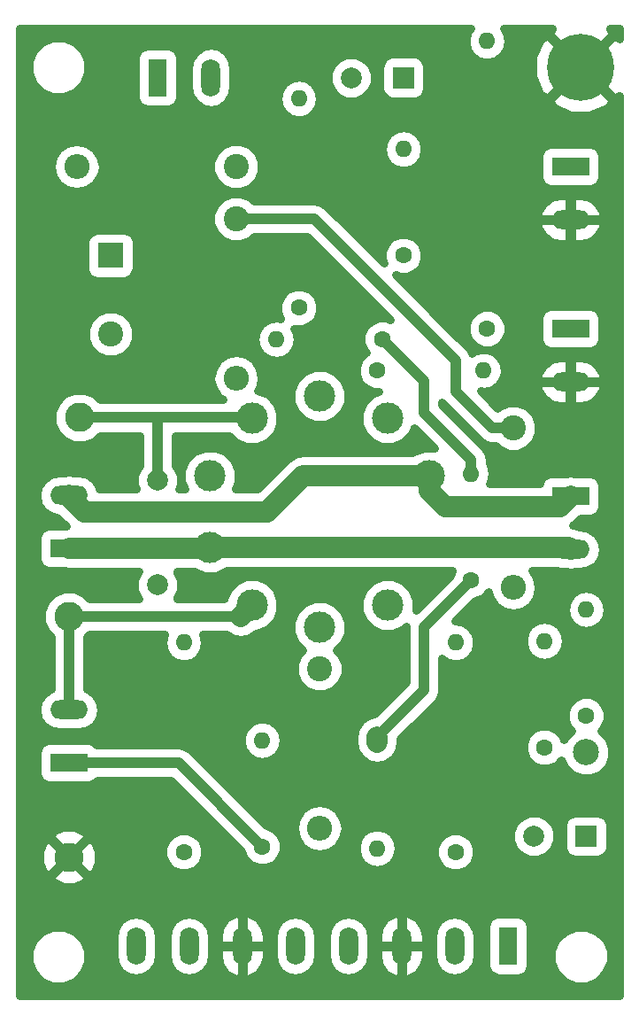
<source format=gbr>
G04 #@! TF.FileFunction,Copper,L1,Top,Signal*
%FSLAX46Y46*%
G04 Gerber Fmt 4.6, Leading zero omitted, Abs format (unit mm)*
G04 Created by KiCad (PCBNEW 4.0.6) date Friday, 28 July 2017 'PMt' 19:42:32*
%MOMM*%
%LPD*%
G01*
G04 APERTURE LIST*
%ADD10C,0.100000*%
%ADD11C,1.600000*%
%ADD12O,1.600000X1.600000*%
%ADD13R,2.400000X2.400000*%
%ADD14C,2.400000*%
%ADD15C,6.400000*%
%ADD16C,2.800000*%
%ADD17R,3.600000X1.800000*%
%ADD18O,3.600000X1.800000*%
%ADD19R,1.800000X3.600000*%
%ADD20O,1.800000X3.600000*%
%ADD21C,3.000000*%
%ADD22O,2.400000X2.400000*%
%ADD23R,2.000000X2.000000*%
%ADD24C,2.000000*%
%ADD25C,2.500000*%
%ADD26C,1.000000*%
%ADD27C,2.000000*%
%ADD28C,0.800000*%
G04 APERTURE END LIST*
D10*
D11*
X200500000Y-85500000D03*
D12*
X200500000Y-65500000D03*
D13*
X182500000Y-80500000D03*
D14*
X182500000Y-88000000D03*
D11*
X189500000Y-137500000D03*
D12*
X189500000Y-117500000D03*
D11*
X215500000Y-137500000D03*
D12*
X215500000Y-117500000D03*
D15*
X227500000Y-62500000D03*
D11*
X208000000Y-127000000D03*
D12*
X208000000Y-137160000D03*
D11*
X197000000Y-137000000D03*
D12*
X197000000Y-126840000D03*
D16*
X178500000Y-115000000D03*
X179500000Y-96000000D03*
X178500000Y-138000000D03*
D17*
X226500000Y-103500000D03*
D18*
X226500000Y-108580000D03*
D17*
X178500000Y-129000000D03*
D18*
X178500000Y-123920000D03*
D17*
X178500000Y-108500000D03*
D18*
X178500000Y-103420000D03*
D19*
X187000000Y-63500000D03*
D20*
X192080000Y-63500000D03*
D17*
X226500000Y-87500000D03*
D18*
X226500000Y-92580000D03*
D17*
X226500000Y-72000000D03*
D18*
X226500000Y-77080000D03*
D11*
X208500000Y-88500000D03*
D12*
X198340000Y-88500000D03*
D11*
X217000000Y-111500000D03*
D12*
X217000000Y-101340000D03*
D11*
X208000000Y-91500000D03*
D12*
X218160000Y-91500000D03*
D11*
X210500000Y-80500000D03*
D12*
X210500000Y-70340000D03*
D11*
X218500000Y-87500000D03*
D12*
X218500000Y-60000000D03*
D21*
X208989435Y-113931484D03*
X202500041Y-116040367D03*
X196010602Y-113931820D03*
X192000019Y-108411708D03*
X191999956Y-101588329D03*
X196010688Y-96068136D03*
X202499959Y-93959633D03*
X208989398Y-96068180D03*
X212999981Y-101588292D03*
D14*
X194500000Y-77000000D03*
D22*
X194500000Y-92240000D03*
D14*
X202500000Y-120000000D03*
D22*
X202500000Y-135240000D03*
D14*
X221000000Y-97000000D03*
D22*
X221000000Y-112240000D03*
D14*
X194500000Y-72000000D03*
D22*
X179260000Y-72000000D03*
D23*
X210500000Y-63500000D03*
D24*
X205500000Y-63500000D03*
X187000000Y-112000000D03*
X187000000Y-102000000D03*
D19*
X220500000Y-146500000D03*
D20*
X215420000Y-146500000D03*
X210340000Y-146500000D03*
X205260000Y-146500000D03*
X200180000Y-146500000D03*
X195100000Y-146500000D03*
X190020000Y-146500000D03*
X184940000Y-146500000D03*
D23*
X228000000Y-136000000D03*
D24*
X223000000Y-136000000D03*
D25*
X228000000Y-128000000D03*
D11*
X228000000Y-124500000D03*
D12*
X228000000Y-114340000D03*
D11*
X224000000Y-127500000D03*
D12*
X224000000Y-117340000D03*
D26*
X221000000Y-97000000D02*
X219000000Y-97000000D01*
X202000000Y-77000000D02*
X194500000Y-77000000D01*
X215500000Y-90500000D02*
X202000000Y-77000000D01*
X215500000Y-93500000D02*
X215500000Y-90500000D01*
X219000000Y-97000000D02*
X215500000Y-93500000D01*
D27*
X208989435Y-113931484D02*
X208989435Y-113989435D01*
X178500000Y-103500000D02*
X180000000Y-105000000D01*
X200911708Y-101588292D02*
X212999981Y-101588292D01*
X197500000Y-105000000D02*
X200911708Y-101588292D01*
X180000000Y-105000000D02*
X197500000Y-105000000D01*
X212999981Y-101588292D02*
X212999981Y-102999981D01*
X212999981Y-102999981D02*
X214500000Y-104500000D01*
X225500000Y-104500000D02*
X226500000Y-103500000D01*
X214500000Y-104500000D02*
X225500000Y-104500000D01*
X178500000Y-103420000D02*
X178500000Y-103500000D01*
X212999981Y-101588292D02*
X212999981Y-101611687D01*
X192000019Y-108411708D02*
X226331708Y-108411708D01*
X226331708Y-108411708D02*
X226500000Y-108580000D01*
X178500000Y-108500000D02*
X191911727Y-108500000D01*
X191911727Y-108500000D02*
X192000019Y-108411708D01*
X191911727Y-108500000D02*
X192000019Y-108411708D01*
D26*
X187000000Y-102000000D02*
X187000000Y-96000000D01*
X179500000Y-96000000D02*
X187000000Y-96000000D01*
X187000000Y-96000000D02*
X195942552Y-96000000D01*
D27*
X195942552Y-96000000D02*
X196010688Y-96068136D01*
D26*
X217000000Y-101340000D02*
X217000000Y-100000000D01*
X217000000Y-100000000D02*
X212500000Y-95500000D01*
X212500000Y-95500000D02*
X212500000Y-92500000D01*
X212500000Y-92500000D02*
X208500000Y-88500000D01*
X178500000Y-129000000D02*
X189000000Y-129000000D01*
X189000000Y-129000000D02*
X197000000Y-137000000D01*
X178500000Y-123920000D02*
X178500000Y-115000000D01*
X178500000Y-115000000D02*
X194942422Y-115000000D01*
D27*
X194942422Y-115000000D02*
X196010602Y-113931820D01*
X208000000Y-127000000D02*
X208000000Y-126500000D01*
D26*
X208000000Y-126500000D02*
X212500000Y-122000000D01*
X212500000Y-122000000D02*
X212500000Y-116000000D01*
X212500000Y-116000000D02*
X217000000Y-111500000D01*
D28*
G36*
X216652241Y-59195451D02*
X216500000Y-59960818D01*
X216500000Y-60039182D01*
X216652241Y-60804549D01*
X217085786Y-61453396D01*
X217734633Y-61886941D01*
X218500000Y-62039182D01*
X219265367Y-61886941D01*
X219914214Y-61453396D01*
X220347759Y-60804549D01*
X220500000Y-60039182D01*
X220500000Y-59960818D01*
X220347759Y-59195451D01*
X220066823Y-58775000D01*
X224767266Y-58775000D01*
X224502598Y-59361176D01*
X227500000Y-62358579D01*
X230497402Y-59361176D01*
X230232734Y-58775000D01*
X231225000Y-58775000D01*
X231225000Y-59767266D01*
X230638824Y-59502598D01*
X227641421Y-62500000D01*
X230638824Y-65497402D01*
X231225000Y-65232734D01*
X231225000Y-151225000D01*
X173775000Y-151225000D01*
X173775000Y-148054511D01*
X174699515Y-148054511D01*
X175124892Y-149084000D01*
X175911857Y-149872340D01*
X176940602Y-150299513D01*
X178054511Y-150300485D01*
X179084000Y-149875108D01*
X179872340Y-149088143D01*
X180299513Y-148059398D01*
X180300485Y-146945489D01*
X179875108Y-145916000D01*
X179500989Y-145541227D01*
X182840000Y-145541227D01*
X182840000Y-147458773D01*
X182999853Y-148262408D01*
X183455076Y-148943697D01*
X184136365Y-149398920D01*
X184940000Y-149558773D01*
X185743635Y-149398920D01*
X186424924Y-148943697D01*
X186880147Y-148262408D01*
X187040000Y-147458773D01*
X187040000Y-145541227D01*
X187920000Y-145541227D01*
X187920000Y-147458773D01*
X188079853Y-148262408D01*
X188535076Y-148943697D01*
X189216365Y-149398920D01*
X190020000Y-149558773D01*
X190823635Y-149398920D01*
X191504924Y-148943697D01*
X191960147Y-148262408D01*
X192120000Y-147458773D01*
X192120000Y-146600000D01*
X192800000Y-146600000D01*
X192800000Y-147500000D01*
X193013345Y-148372560D01*
X193544365Y-149097057D01*
X194312216Y-149563192D01*
X194641772Y-149653892D01*
X195000000Y-149347434D01*
X195000000Y-146600000D01*
X195200000Y-146600000D01*
X195200000Y-149347434D01*
X195558228Y-149653892D01*
X195887784Y-149563192D01*
X196655635Y-149097057D01*
X197186655Y-148372560D01*
X197400000Y-147500000D01*
X197400000Y-146600000D01*
X195200000Y-146600000D01*
X195000000Y-146600000D01*
X192800000Y-146600000D01*
X192120000Y-146600000D01*
X192120000Y-145541227D01*
X192111800Y-145500000D01*
X192800000Y-145500000D01*
X192800000Y-146400000D01*
X195000000Y-146400000D01*
X195000000Y-143652566D01*
X195200000Y-143652566D01*
X195200000Y-146400000D01*
X197400000Y-146400000D01*
X197400000Y-145541227D01*
X198080000Y-145541227D01*
X198080000Y-147458773D01*
X198239853Y-148262408D01*
X198695076Y-148943697D01*
X199376365Y-149398920D01*
X200180000Y-149558773D01*
X200983635Y-149398920D01*
X201664924Y-148943697D01*
X202120147Y-148262408D01*
X202280000Y-147458773D01*
X202280000Y-145541227D01*
X203160000Y-145541227D01*
X203160000Y-147458773D01*
X203319853Y-148262408D01*
X203775076Y-148943697D01*
X204456365Y-149398920D01*
X205260000Y-149558773D01*
X206063635Y-149398920D01*
X206744924Y-148943697D01*
X207200147Y-148262408D01*
X207360000Y-147458773D01*
X207360000Y-146600000D01*
X208040000Y-146600000D01*
X208040000Y-147500000D01*
X208253345Y-148372560D01*
X208784365Y-149097057D01*
X209552216Y-149563192D01*
X209881772Y-149653892D01*
X210240000Y-149347434D01*
X210240000Y-146600000D01*
X210440000Y-146600000D01*
X210440000Y-149347434D01*
X210798228Y-149653892D01*
X211127784Y-149563192D01*
X211895635Y-149097057D01*
X212426655Y-148372560D01*
X212640000Y-147500000D01*
X212640000Y-146600000D01*
X210440000Y-146600000D01*
X210240000Y-146600000D01*
X208040000Y-146600000D01*
X207360000Y-146600000D01*
X207360000Y-145541227D01*
X207351800Y-145500000D01*
X208040000Y-145500000D01*
X208040000Y-146400000D01*
X210240000Y-146400000D01*
X210240000Y-143652566D01*
X210440000Y-143652566D01*
X210440000Y-146400000D01*
X212640000Y-146400000D01*
X212640000Y-145541227D01*
X213320000Y-145541227D01*
X213320000Y-147458773D01*
X213479853Y-148262408D01*
X213935076Y-148943697D01*
X214616365Y-149398920D01*
X215420000Y-149558773D01*
X216223635Y-149398920D01*
X216904924Y-148943697D01*
X217360147Y-148262408D01*
X217520000Y-147458773D01*
X217520000Y-145541227D01*
X217360147Y-144737592D01*
X217335029Y-144700000D01*
X218376491Y-144700000D01*
X218376491Y-148300000D01*
X218460166Y-148744693D01*
X218722979Y-149153117D01*
X219123986Y-149427114D01*
X219600000Y-149523509D01*
X221400000Y-149523509D01*
X221844693Y-149439834D01*
X222253117Y-149177021D01*
X222527114Y-148776014D01*
X222623509Y-148300000D01*
X222623509Y-148054511D01*
X224699515Y-148054511D01*
X225124892Y-149084000D01*
X225911857Y-149872340D01*
X226940602Y-150299513D01*
X228054511Y-150300485D01*
X229084000Y-149875108D01*
X229872340Y-149088143D01*
X230299513Y-148059398D01*
X230300485Y-146945489D01*
X229875108Y-145916000D01*
X229088143Y-145127660D01*
X228059398Y-144700487D01*
X226945489Y-144699515D01*
X225916000Y-145124892D01*
X225127660Y-145911857D01*
X224700487Y-146940602D01*
X224699515Y-148054511D01*
X222623509Y-148054511D01*
X222623509Y-144700000D01*
X222539834Y-144255307D01*
X222277021Y-143846883D01*
X221876014Y-143572886D01*
X221400000Y-143476491D01*
X219600000Y-143476491D01*
X219155307Y-143560166D01*
X218746883Y-143822979D01*
X218472886Y-144223986D01*
X218376491Y-144700000D01*
X217335029Y-144700000D01*
X216904924Y-144056303D01*
X216223635Y-143601080D01*
X215420000Y-143441227D01*
X214616365Y-143601080D01*
X213935076Y-144056303D01*
X213479853Y-144737592D01*
X213320000Y-145541227D01*
X212640000Y-145541227D01*
X212640000Y-145500000D01*
X212426655Y-144627440D01*
X211895635Y-143902943D01*
X211127784Y-143436808D01*
X210798228Y-143346108D01*
X210440000Y-143652566D01*
X210240000Y-143652566D01*
X209881772Y-143346108D01*
X209552216Y-143436808D01*
X208784365Y-143902943D01*
X208253345Y-144627440D01*
X208040000Y-145500000D01*
X207351800Y-145500000D01*
X207200147Y-144737592D01*
X206744924Y-144056303D01*
X206063635Y-143601080D01*
X205260000Y-143441227D01*
X204456365Y-143601080D01*
X203775076Y-144056303D01*
X203319853Y-144737592D01*
X203160000Y-145541227D01*
X202280000Y-145541227D01*
X202120147Y-144737592D01*
X201664924Y-144056303D01*
X200983635Y-143601080D01*
X200180000Y-143441227D01*
X199376365Y-143601080D01*
X198695076Y-144056303D01*
X198239853Y-144737592D01*
X198080000Y-145541227D01*
X197400000Y-145541227D01*
X197400000Y-145500000D01*
X197186655Y-144627440D01*
X196655635Y-143902943D01*
X195887784Y-143436808D01*
X195558228Y-143346108D01*
X195200000Y-143652566D01*
X195000000Y-143652566D01*
X194641772Y-143346108D01*
X194312216Y-143436808D01*
X193544365Y-143902943D01*
X193013345Y-144627440D01*
X192800000Y-145500000D01*
X192111800Y-145500000D01*
X191960147Y-144737592D01*
X191504924Y-144056303D01*
X190823635Y-143601080D01*
X190020000Y-143441227D01*
X189216365Y-143601080D01*
X188535076Y-144056303D01*
X188079853Y-144737592D01*
X187920000Y-145541227D01*
X187040000Y-145541227D01*
X186880147Y-144737592D01*
X186424924Y-144056303D01*
X185743635Y-143601080D01*
X184940000Y-143441227D01*
X184136365Y-143601080D01*
X183455076Y-144056303D01*
X182999853Y-144737592D01*
X182840000Y-145541227D01*
X179500989Y-145541227D01*
X179088143Y-145127660D01*
X178059398Y-144700487D01*
X176945489Y-144699515D01*
X175916000Y-145124892D01*
X175127660Y-145911857D01*
X174700487Y-146940602D01*
X174699515Y-148054511D01*
X173775000Y-148054511D01*
X173775000Y-139840499D01*
X176800923Y-139840499D01*
X176903890Y-140366987D01*
X177931193Y-140797616D01*
X179045092Y-140802333D01*
X180076006Y-140380421D01*
X180096110Y-140366987D01*
X180199077Y-139840499D01*
X178500000Y-138141421D01*
X176800923Y-139840499D01*
X173775000Y-139840499D01*
X173775000Y-138545092D01*
X175697667Y-138545092D01*
X176119579Y-139576006D01*
X176133013Y-139596110D01*
X176659501Y-139699077D01*
X178358579Y-138000000D01*
X178641421Y-138000000D01*
X180340499Y-139699077D01*
X180866987Y-139596110D01*
X181297616Y-138568807D01*
X181300464Y-137896079D01*
X187499654Y-137896079D01*
X187803494Y-138631429D01*
X188365612Y-139194529D01*
X189100430Y-139499652D01*
X189896079Y-139500346D01*
X190631429Y-139196506D01*
X191194529Y-138634388D01*
X191499652Y-137899570D01*
X191500346Y-137103921D01*
X191196506Y-136368571D01*
X190634388Y-135805471D01*
X189899570Y-135500348D01*
X189103921Y-135499654D01*
X188368571Y-135803494D01*
X187805471Y-136365612D01*
X187500348Y-137100430D01*
X187499654Y-137896079D01*
X181300464Y-137896079D01*
X181302333Y-137454908D01*
X180880421Y-136423994D01*
X180866987Y-136403890D01*
X180340499Y-136300923D01*
X178641421Y-138000000D01*
X178358579Y-138000000D01*
X176659501Y-136300923D01*
X176133013Y-136403890D01*
X175702384Y-137431193D01*
X175697667Y-138545092D01*
X173775000Y-138545092D01*
X173775000Y-136159501D01*
X176800923Y-136159501D01*
X178500000Y-137858579D01*
X180199077Y-136159501D01*
X180096110Y-135633013D01*
X179068807Y-135202384D01*
X177954908Y-135197667D01*
X176923994Y-135619579D01*
X176903890Y-135633013D01*
X176800923Y-136159501D01*
X173775000Y-136159501D01*
X173775000Y-128100000D01*
X175476491Y-128100000D01*
X175476491Y-129900000D01*
X175560166Y-130344693D01*
X175822979Y-130753117D01*
X176223986Y-131027114D01*
X176700000Y-131123509D01*
X180300000Y-131123509D01*
X180744693Y-131039834D01*
X181153117Y-130777021D01*
X181205743Y-130700000D01*
X188295836Y-130700000D01*
X195005103Y-137409266D01*
X195303494Y-138131429D01*
X195865612Y-138694529D01*
X196600430Y-138999652D01*
X197396079Y-139000346D01*
X198131429Y-138696506D01*
X198694529Y-138134388D01*
X198999652Y-137399570D01*
X199000346Y-136603921D01*
X198696506Y-135868571D01*
X198134388Y-135305471D01*
X197863482Y-135192981D01*
X200100000Y-135192981D01*
X200100000Y-135287019D01*
X200282689Y-136205459D01*
X200802944Y-136984075D01*
X201581560Y-137504330D01*
X202500000Y-137687019D01*
X203418440Y-137504330D01*
X203992405Y-137120818D01*
X206000000Y-137120818D01*
X206000000Y-137199182D01*
X206152241Y-137964549D01*
X206585786Y-138613396D01*
X207234633Y-139046941D01*
X208000000Y-139199182D01*
X208765367Y-139046941D01*
X209414214Y-138613396D01*
X209847759Y-137964549D01*
X209861378Y-137896079D01*
X213499654Y-137896079D01*
X213803494Y-138631429D01*
X214365612Y-139194529D01*
X215100430Y-139499652D01*
X215896079Y-139500346D01*
X216631429Y-139196506D01*
X217194529Y-138634388D01*
X217499652Y-137899570D01*
X217500346Y-137103921D01*
X217224238Y-136435687D01*
X220799619Y-136435687D01*
X221133843Y-137244572D01*
X221752173Y-137863982D01*
X222560473Y-138199618D01*
X223435687Y-138200381D01*
X224244572Y-137866157D01*
X224863982Y-137247827D01*
X225199618Y-136439527D01*
X225200381Y-135564313D01*
X224967212Y-135000000D01*
X225776491Y-135000000D01*
X225776491Y-137000000D01*
X225860166Y-137444693D01*
X226122979Y-137853117D01*
X226523986Y-138127114D01*
X227000000Y-138223509D01*
X229000000Y-138223509D01*
X229444693Y-138139834D01*
X229853117Y-137877021D01*
X230127114Y-137476014D01*
X230223509Y-137000000D01*
X230223509Y-135000000D01*
X230139834Y-134555307D01*
X229877021Y-134146883D01*
X229476014Y-133872886D01*
X229000000Y-133776491D01*
X227000000Y-133776491D01*
X226555307Y-133860166D01*
X226146883Y-134122979D01*
X225872886Y-134523986D01*
X225776491Y-135000000D01*
X224967212Y-135000000D01*
X224866157Y-134755428D01*
X224247827Y-134136018D01*
X223439527Y-133800382D01*
X222564313Y-133799619D01*
X221755428Y-134133843D01*
X221136018Y-134752173D01*
X220800382Y-135560473D01*
X220799619Y-136435687D01*
X217224238Y-136435687D01*
X217196506Y-136368571D01*
X216634388Y-135805471D01*
X215899570Y-135500348D01*
X215103921Y-135499654D01*
X214368571Y-135803494D01*
X213805471Y-136365612D01*
X213500348Y-137100430D01*
X213499654Y-137896079D01*
X209861378Y-137896079D01*
X210000000Y-137199182D01*
X210000000Y-137120818D01*
X209847759Y-136355451D01*
X209414214Y-135706604D01*
X208765367Y-135273059D01*
X208000000Y-135120818D01*
X207234633Y-135273059D01*
X206585786Y-135706604D01*
X206152241Y-136355451D01*
X206000000Y-137120818D01*
X203992405Y-137120818D01*
X204197056Y-136984075D01*
X204717311Y-136205459D01*
X204900000Y-135287019D01*
X204900000Y-135192981D01*
X204717311Y-134274541D01*
X204197056Y-133495925D01*
X203418440Y-132975670D01*
X202500000Y-132792981D01*
X201581560Y-132975670D01*
X200802944Y-133495925D01*
X200282689Y-134274541D01*
X200100000Y-135192981D01*
X197863482Y-135192981D01*
X197408020Y-135003857D01*
X190202082Y-127797918D01*
X189650562Y-127429405D01*
X189000000Y-127299999D01*
X188999995Y-127300000D01*
X181211201Y-127300000D01*
X181177021Y-127246883D01*
X180776014Y-126972886D01*
X180300000Y-126876491D01*
X176700000Y-126876491D01*
X176255307Y-126960166D01*
X175846883Y-127222979D01*
X175572886Y-127623986D01*
X175476491Y-128100000D01*
X173775000Y-128100000D01*
X173775000Y-126800818D01*
X195000000Y-126800818D01*
X195000000Y-126879182D01*
X195152241Y-127644549D01*
X195585786Y-128293396D01*
X196234633Y-128726941D01*
X197000000Y-128879182D01*
X197765367Y-128726941D01*
X198414214Y-128293396D01*
X198847759Y-127644549D01*
X199000000Y-126879182D01*
X199000000Y-126800818D01*
X198847759Y-126035451D01*
X198414214Y-125386604D01*
X197765367Y-124953059D01*
X197000000Y-124800818D01*
X196234633Y-124953059D01*
X195585786Y-125386604D01*
X195152241Y-126035451D01*
X195000000Y-126800818D01*
X173775000Y-126800818D01*
X173775000Y-103420000D01*
X175441227Y-103420000D01*
X175601080Y-104223635D01*
X176056303Y-104904924D01*
X176737592Y-105360147D01*
X177375831Y-105487101D01*
X178240373Y-106351643D01*
X178115454Y-106376491D01*
X176700000Y-106376491D01*
X176255307Y-106460166D01*
X175846883Y-106722979D01*
X175572886Y-107123986D01*
X175476491Y-107600000D01*
X175476491Y-109400000D01*
X175560166Y-109844693D01*
X175822979Y-110253117D01*
X176223986Y-110527114D01*
X176700000Y-110623509D01*
X178115454Y-110623509D01*
X178500000Y-110700000D01*
X185188282Y-110700000D01*
X185136018Y-110752173D01*
X184800382Y-111560473D01*
X184799619Y-112435687D01*
X185133843Y-113244572D01*
X185189174Y-113300000D01*
X180476715Y-113300000D01*
X179974705Y-112797113D01*
X179019441Y-112400452D01*
X177985097Y-112399550D01*
X177029142Y-112794542D01*
X176297113Y-113525295D01*
X175900452Y-114480559D01*
X175899550Y-115514903D01*
X176294542Y-116470858D01*
X176800000Y-116977199D01*
X176800000Y-121967439D01*
X176737592Y-121979853D01*
X176056303Y-122435076D01*
X175601080Y-123116365D01*
X175441227Y-123920000D01*
X175601080Y-124723635D01*
X176056303Y-125404924D01*
X176737592Y-125860147D01*
X177541227Y-126020000D01*
X179458773Y-126020000D01*
X180262408Y-125860147D01*
X180943697Y-125404924D01*
X181398920Y-124723635D01*
X181558773Y-123920000D01*
X181398920Y-123116365D01*
X180943697Y-122435076D01*
X180262408Y-121979853D01*
X180200000Y-121967439D01*
X180200000Y-116976715D01*
X180477199Y-116700000D01*
X187651336Y-116700000D01*
X187500000Y-117460818D01*
X187500000Y-117539182D01*
X187652241Y-118304549D01*
X188085786Y-118953396D01*
X188734633Y-119386941D01*
X189500000Y-119539182D01*
X190265367Y-119386941D01*
X190914214Y-118953396D01*
X191347759Y-118304549D01*
X191500000Y-117539182D01*
X191500000Y-117460818D01*
X191348664Y-116700000D01*
X193602845Y-116700000D01*
X194100519Y-117032535D01*
X194942422Y-117200000D01*
X195784325Y-117032535D01*
X196383549Y-116632147D01*
X196545309Y-116632288D01*
X196683777Y-116575074D01*
X199799573Y-116575074D01*
X200209758Y-117567796D01*
X200873405Y-118232603D01*
X200466565Y-118638734D01*
X200100417Y-119520516D01*
X200099584Y-120475295D01*
X200464192Y-121357715D01*
X201138734Y-122033435D01*
X202020516Y-122399583D01*
X202975295Y-122400416D01*
X203857715Y-122035808D01*
X204533435Y-121361266D01*
X204899583Y-120479484D01*
X204900416Y-119524705D01*
X204535808Y-118642285D01*
X204126265Y-118232027D01*
X204787655Y-117571791D01*
X205199571Y-116579786D01*
X205200509Y-115505660D01*
X204790324Y-114512938D01*
X204031465Y-113752753D01*
X203039460Y-113340837D01*
X201965334Y-113339899D01*
X200972612Y-113750084D01*
X200212427Y-114508943D01*
X199800511Y-115500948D01*
X199799573Y-116575074D01*
X196683777Y-116575074D01*
X197538031Y-116222103D01*
X198298216Y-115463244D01*
X198710132Y-114471239D01*
X198711070Y-113397113D01*
X198300885Y-112404391D01*
X197542026Y-111644206D01*
X196550021Y-111232290D01*
X195475895Y-111231352D01*
X194483173Y-111641537D01*
X193722988Y-112400396D01*
X193349440Y-113300000D01*
X188811718Y-113300000D01*
X188863982Y-113247827D01*
X189199618Y-112439527D01*
X189200381Y-111564313D01*
X188866157Y-110755428D01*
X188810826Y-110700000D01*
X190470228Y-110700000D01*
X191460600Y-111111238D01*
X192534726Y-111112176D01*
X193527448Y-110701991D01*
X193617889Y-110611708D01*
X215203283Y-110611708D01*
X215003857Y-111091979D01*
X211689021Y-114406815D01*
X211689903Y-113396777D01*
X211279718Y-112404055D01*
X210520859Y-111643870D01*
X209528854Y-111231954D01*
X208454728Y-111231016D01*
X207462006Y-111641201D01*
X206701821Y-112400060D01*
X206289905Y-113392065D01*
X206288967Y-114466191D01*
X206699152Y-115458913D01*
X207458011Y-116219098D01*
X208450016Y-116631014D01*
X209524142Y-116631952D01*
X210516864Y-116221767D01*
X210815108Y-115924043D01*
X210799999Y-116000000D01*
X210800000Y-116000005D01*
X210800000Y-121295836D01*
X207745142Y-124350694D01*
X207158096Y-124467465D01*
X206444365Y-124944365D01*
X205967465Y-125658096D01*
X205800000Y-126500000D01*
X205800000Y-127000000D01*
X205967465Y-127841904D01*
X206444365Y-128555635D01*
X207158096Y-129032535D01*
X208000000Y-129200000D01*
X208841904Y-129032535D01*
X209555635Y-128555635D01*
X209996336Y-127896079D01*
X221999654Y-127896079D01*
X222303494Y-128631429D01*
X222865612Y-129194529D01*
X223600430Y-129499652D01*
X224396079Y-129500346D01*
X225131429Y-129196506D01*
X225635548Y-128693266D01*
X225921780Y-129386000D01*
X226610375Y-130075798D01*
X227510527Y-130449573D01*
X228485197Y-130450424D01*
X229386000Y-130078220D01*
X230075798Y-129389625D01*
X230449573Y-128489473D01*
X230450424Y-127514803D01*
X230078220Y-126614000D01*
X229396904Y-125931494D01*
X229694529Y-125634388D01*
X229999652Y-124899570D01*
X230000346Y-124103921D01*
X229696506Y-123368571D01*
X229134388Y-122805471D01*
X228399570Y-122500348D01*
X227603921Y-122499654D01*
X226868571Y-122803494D01*
X226305471Y-123365612D01*
X226000348Y-124100430D01*
X225999654Y-124896079D01*
X226303494Y-125631429D01*
X226603651Y-125932111D01*
X225924202Y-126610375D01*
X225860152Y-126764625D01*
X225696506Y-126368571D01*
X225134388Y-125805471D01*
X224399570Y-125500348D01*
X223603921Y-125499654D01*
X222868571Y-125803494D01*
X222305471Y-126365612D01*
X222000348Y-127100430D01*
X221999654Y-127896079D01*
X209996336Y-127896079D01*
X210032535Y-127841904D01*
X210200000Y-127000000D01*
X210200000Y-126704164D01*
X213702082Y-123202082D01*
X214070595Y-122650562D01*
X214200001Y-122000000D01*
X214200000Y-121999995D01*
X214200000Y-119029711D01*
X214734633Y-119386941D01*
X215500000Y-119539182D01*
X216265367Y-119386941D01*
X216914214Y-118953396D01*
X217347759Y-118304549D01*
X217500000Y-117539182D01*
X217500000Y-117460818D01*
X217468175Y-117300818D01*
X222000000Y-117300818D01*
X222000000Y-117379182D01*
X222152241Y-118144549D01*
X222585786Y-118793396D01*
X223234633Y-119226941D01*
X224000000Y-119379182D01*
X224765367Y-119226941D01*
X225414214Y-118793396D01*
X225847759Y-118144549D01*
X226000000Y-117379182D01*
X226000000Y-117300818D01*
X225847759Y-116535451D01*
X225414214Y-115886604D01*
X224765367Y-115453059D01*
X224000000Y-115300818D01*
X223234633Y-115453059D01*
X222585786Y-115886604D01*
X222152241Y-116535451D01*
X222000000Y-117300818D01*
X217468175Y-117300818D01*
X217347759Y-116695451D01*
X216914214Y-116046604D01*
X216265367Y-115613059D01*
X215500000Y-115460818D01*
X215429279Y-115474885D01*
X217409267Y-113494897D01*
X218131429Y-113196506D01*
X218673309Y-112655571D01*
X218782689Y-113205459D01*
X219302944Y-113984075D01*
X220081560Y-114504330D01*
X221000000Y-114687019D01*
X221918440Y-114504330D01*
X222223016Y-114300818D01*
X226000000Y-114300818D01*
X226000000Y-114379182D01*
X226152241Y-115144549D01*
X226585786Y-115793396D01*
X227234633Y-116226941D01*
X228000000Y-116379182D01*
X228765367Y-116226941D01*
X229414214Y-115793396D01*
X229847759Y-115144549D01*
X230000000Y-114379182D01*
X230000000Y-114300818D01*
X229847759Y-113535451D01*
X229414214Y-112886604D01*
X228765367Y-112453059D01*
X228000000Y-112300818D01*
X227234633Y-112453059D01*
X226585786Y-112886604D01*
X226152241Y-113535451D01*
X226000000Y-114300818D01*
X222223016Y-114300818D01*
X222697056Y-113984075D01*
X223217311Y-113205459D01*
X223400000Y-112287019D01*
X223400000Y-112192981D01*
X223217311Y-111274541D01*
X222774420Y-110611708D01*
X225197900Y-110611708D01*
X225541227Y-110680000D01*
X225997266Y-110680000D01*
X226500000Y-110780000D01*
X227002734Y-110680000D01*
X227458773Y-110680000D01*
X228262408Y-110520147D01*
X228943697Y-110064924D01*
X229398920Y-109383635D01*
X229558773Y-108580000D01*
X229398920Y-107776365D01*
X228943697Y-107095076D01*
X228262408Y-106639853D01*
X227458773Y-106480000D01*
X227324510Y-106480000D01*
X227173612Y-106379173D01*
X226709569Y-106286869D01*
X227055635Y-106055635D01*
X227487761Y-105623509D01*
X228300000Y-105623509D01*
X228744693Y-105539834D01*
X229153117Y-105277021D01*
X229427114Y-104876014D01*
X229523509Y-104400000D01*
X229523509Y-102600000D01*
X229439834Y-102155307D01*
X229177021Y-101746883D01*
X228776014Y-101472886D01*
X228300000Y-101376491D01*
X226884549Y-101376491D01*
X226500000Y-101300000D01*
X226115452Y-101376491D01*
X224700000Y-101376491D01*
X224255307Y-101460166D01*
X223846883Y-101722979D01*
X223572886Y-102123986D01*
X223537242Y-102300000D01*
X218743890Y-102300000D01*
X218847759Y-102144549D01*
X219000000Y-101379182D01*
X219000000Y-101300818D01*
X218847759Y-100535451D01*
X218700000Y-100314314D01*
X218700000Y-100000005D01*
X218700001Y-100000000D01*
X218570595Y-99349438D01*
X218202082Y-98797918D01*
X214200000Y-94795836D01*
X214200000Y-94555537D01*
X214297918Y-94702082D01*
X217797916Y-98202079D01*
X217797918Y-98202082D01*
X218138132Y-98429405D01*
X218349438Y-98570595D01*
X219000000Y-98700000D01*
X219305880Y-98700000D01*
X219638734Y-99033435D01*
X220520516Y-99399583D01*
X221475295Y-99400416D01*
X222357715Y-99035808D01*
X223033435Y-98361266D01*
X223399583Y-97479484D01*
X223400416Y-96524705D01*
X223035808Y-95642285D01*
X222361266Y-94966565D01*
X221479484Y-94600417D01*
X220524705Y-94599584D01*
X219642285Y-94964192D01*
X219505201Y-95101037D01*
X217850368Y-93446204D01*
X218120818Y-93500000D01*
X218199182Y-93500000D01*
X218964549Y-93347759D01*
X219427795Y-93038228D01*
X223346108Y-93038228D01*
X223436808Y-93367784D01*
X223902943Y-94135635D01*
X224627440Y-94666655D01*
X225500000Y-94880000D01*
X226400000Y-94880000D01*
X226400000Y-92680000D01*
X226600000Y-92680000D01*
X226600000Y-94880000D01*
X227500000Y-94880000D01*
X228372560Y-94666655D01*
X229097057Y-94135635D01*
X229563192Y-93367784D01*
X229653892Y-93038228D01*
X229347434Y-92680000D01*
X226600000Y-92680000D01*
X226400000Y-92680000D01*
X223652566Y-92680000D01*
X223346108Y-93038228D01*
X219427795Y-93038228D01*
X219613396Y-92914214D01*
X220046941Y-92265367D01*
X220075503Y-92121772D01*
X223346108Y-92121772D01*
X223652566Y-92480000D01*
X226400000Y-92480000D01*
X226400000Y-90280000D01*
X226600000Y-90280000D01*
X226600000Y-92480000D01*
X229347434Y-92480000D01*
X229653892Y-92121772D01*
X229563192Y-91792216D01*
X229097057Y-91024365D01*
X228372560Y-90493345D01*
X227500000Y-90280000D01*
X226600000Y-90280000D01*
X226400000Y-90280000D01*
X225500000Y-90280000D01*
X224627440Y-90493345D01*
X223902943Y-91024365D01*
X223436808Y-91792216D01*
X223346108Y-92121772D01*
X220075503Y-92121772D01*
X220199182Y-91500000D01*
X220046941Y-90734633D01*
X219613396Y-90085786D01*
X218964549Y-89652241D01*
X218199182Y-89500000D01*
X218120818Y-89500000D01*
X217355451Y-89652241D01*
X217067425Y-89844694D01*
X216938832Y-89652241D01*
X216702082Y-89297918D01*
X216702079Y-89297916D01*
X215300242Y-87896079D01*
X216499654Y-87896079D01*
X216803494Y-88631429D01*
X217365612Y-89194529D01*
X218100430Y-89499652D01*
X218896079Y-89500346D01*
X219631429Y-89196506D01*
X220194529Y-88634388D01*
X220499652Y-87899570D01*
X220500346Y-87103921D01*
X220292131Y-86600000D01*
X223476491Y-86600000D01*
X223476491Y-88400000D01*
X223560166Y-88844693D01*
X223822979Y-89253117D01*
X224223986Y-89527114D01*
X224700000Y-89623509D01*
X228300000Y-89623509D01*
X228744693Y-89539834D01*
X229153117Y-89277021D01*
X229427114Y-88876014D01*
X229523509Y-88400000D01*
X229523509Y-86600000D01*
X229439834Y-86155307D01*
X229177021Y-85746883D01*
X228776014Y-85472886D01*
X228300000Y-85376491D01*
X224700000Y-85376491D01*
X224255307Y-85460166D01*
X223846883Y-85722979D01*
X223572886Y-86123986D01*
X223476491Y-86600000D01*
X220292131Y-86600000D01*
X220196506Y-86368571D01*
X219634388Y-85805471D01*
X218899570Y-85500348D01*
X218103921Y-85499654D01*
X217368571Y-85803494D01*
X216805471Y-86365612D01*
X216500348Y-87100430D01*
X216499654Y-87896079D01*
X215300242Y-87896079D01*
X209764201Y-82360038D01*
X210100430Y-82499652D01*
X210896079Y-82500346D01*
X211631429Y-82196506D01*
X212194529Y-81634388D01*
X212499652Y-80899570D01*
X212500346Y-80103921D01*
X212196506Y-79368571D01*
X211634388Y-78805471D01*
X210899570Y-78500348D01*
X210103921Y-78499654D01*
X209368571Y-78803494D01*
X208805471Y-79365612D01*
X208500348Y-80100430D01*
X208499654Y-80896079D01*
X208640066Y-81235902D01*
X204942392Y-77538228D01*
X223346108Y-77538228D01*
X223436808Y-77867784D01*
X223902943Y-78635635D01*
X224627440Y-79166655D01*
X225500000Y-79380000D01*
X226400000Y-79380000D01*
X226400000Y-77180000D01*
X226600000Y-77180000D01*
X226600000Y-79380000D01*
X227500000Y-79380000D01*
X228372560Y-79166655D01*
X229097057Y-78635635D01*
X229563192Y-77867784D01*
X229653892Y-77538228D01*
X229347434Y-77180000D01*
X226600000Y-77180000D01*
X226400000Y-77180000D01*
X223652566Y-77180000D01*
X223346108Y-77538228D01*
X204942392Y-77538228D01*
X204025936Y-76621772D01*
X223346108Y-76621772D01*
X223652566Y-76980000D01*
X226400000Y-76980000D01*
X226400000Y-74780000D01*
X226600000Y-74780000D01*
X226600000Y-76980000D01*
X229347434Y-76980000D01*
X229653892Y-76621772D01*
X229563192Y-76292216D01*
X229097057Y-75524365D01*
X228372560Y-74993345D01*
X227500000Y-74780000D01*
X226600000Y-74780000D01*
X226400000Y-74780000D01*
X225500000Y-74780000D01*
X224627440Y-74993345D01*
X223902943Y-75524365D01*
X223436808Y-76292216D01*
X223346108Y-76621772D01*
X204025936Y-76621772D01*
X203202082Y-75797918D01*
X202650562Y-75429405D01*
X202000000Y-75299999D01*
X201999995Y-75300000D01*
X196194120Y-75300000D01*
X195861266Y-74966565D01*
X194979484Y-74600417D01*
X194024705Y-74599584D01*
X193142285Y-74964192D01*
X192466565Y-75638734D01*
X192100417Y-76520516D01*
X192099584Y-77475295D01*
X192464192Y-78357715D01*
X193138734Y-79033435D01*
X194020516Y-79399583D01*
X194975295Y-79400416D01*
X195857715Y-79035808D01*
X196194109Y-78700000D01*
X201295836Y-78700000D01*
X209235799Y-86639962D01*
X208899570Y-86500348D01*
X208103921Y-86499654D01*
X207368571Y-86803494D01*
X206805471Y-87365612D01*
X206500348Y-88100430D01*
X206499654Y-88896079D01*
X206803494Y-89631429D01*
X206944104Y-89772285D01*
X206868571Y-89803494D01*
X206305471Y-90365612D01*
X206000348Y-91100430D01*
X205999654Y-91896079D01*
X206303494Y-92631429D01*
X206865612Y-93194529D01*
X207600430Y-93499652D01*
X208134245Y-93500118D01*
X207461969Y-93777897D01*
X206701784Y-94536756D01*
X206289868Y-95528761D01*
X206288930Y-96602887D01*
X206699115Y-97595609D01*
X207457974Y-98355794D01*
X208449979Y-98767710D01*
X209524105Y-98768648D01*
X210516827Y-98358463D01*
X211277012Y-97599604D01*
X211546482Y-96950646D01*
X213484550Y-98888714D01*
X212465274Y-98887824D01*
X211472552Y-99298009D01*
X211382111Y-99388292D01*
X200911708Y-99388292D01*
X200069805Y-99555756D01*
X199356073Y-100032657D01*
X196588730Y-102800000D01*
X194420343Y-102800000D01*
X194699486Y-102127748D01*
X194700424Y-101053622D01*
X194290239Y-100060900D01*
X193531380Y-99300715D01*
X192539375Y-98888799D01*
X191465249Y-98887861D01*
X190472527Y-99298046D01*
X189712342Y-100056905D01*
X189300426Y-101048910D01*
X189299488Y-102123036D01*
X189579204Y-102800000D01*
X189049936Y-102800000D01*
X189199618Y-102439527D01*
X189200381Y-101564313D01*
X188866157Y-100755428D01*
X188700000Y-100588981D01*
X188700000Y-97700000D01*
X193824658Y-97700000D01*
X194479264Y-98355750D01*
X195471269Y-98767666D01*
X196545395Y-98768604D01*
X197538117Y-98358419D01*
X198298302Y-97599560D01*
X198710218Y-96607555D01*
X198711156Y-95533429D01*
X198300971Y-94540707D01*
X198254685Y-94494340D01*
X199799491Y-94494340D01*
X200209676Y-95487062D01*
X200968535Y-96247247D01*
X201960540Y-96659163D01*
X203034666Y-96660101D01*
X204027388Y-96249916D01*
X204787573Y-95491057D01*
X205199489Y-94499052D01*
X205200427Y-93424926D01*
X204790242Y-92432204D01*
X204031383Y-91672019D01*
X203039378Y-91260103D01*
X201965252Y-91259165D01*
X200972530Y-91669350D01*
X200212345Y-92428209D01*
X199800429Y-93420214D01*
X199799491Y-94494340D01*
X198254685Y-94494340D01*
X197542112Y-93780522D01*
X196595661Y-93387521D01*
X196717311Y-93205459D01*
X196900000Y-92287019D01*
X196900000Y-92192981D01*
X196717311Y-91274541D01*
X196197056Y-90495925D01*
X195418440Y-89975670D01*
X194500000Y-89792981D01*
X193581560Y-89975670D01*
X192802944Y-90495925D01*
X192282689Y-91274541D01*
X192100000Y-92192981D01*
X192100000Y-92287019D01*
X192282689Y-93205459D01*
X192802944Y-93984075D01*
X193275759Y-94300000D01*
X181476715Y-94300000D01*
X180974705Y-93797113D01*
X180019441Y-93400452D01*
X178985097Y-93399550D01*
X178029142Y-93794542D01*
X177297113Y-94525295D01*
X176900452Y-95480559D01*
X176899550Y-96514903D01*
X177294542Y-97470858D01*
X178025295Y-98202887D01*
X178980559Y-98599548D01*
X180014903Y-98600450D01*
X180970858Y-98205458D01*
X181477199Y-97700000D01*
X185300000Y-97700000D01*
X185300000Y-100588477D01*
X185136018Y-100752173D01*
X184800382Y-101560473D01*
X184799619Y-102435687D01*
X184950150Y-102800000D01*
X181435447Y-102800000D01*
X181398920Y-102616365D01*
X180943697Y-101935076D01*
X180262408Y-101479853D01*
X179458773Y-101320000D01*
X179002734Y-101320000D01*
X178500000Y-101220000D01*
X177997266Y-101320000D01*
X177541227Y-101320000D01*
X176737592Y-101479853D01*
X176056303Y-101935076D01*
X175601080Y-102616365D01*
X175441227Y-103420000D01*
X173775000Y-103420000D01*
X173775000Y-88475295D01*
X180099584Y-88475295D01*
X180464192Y-89357715D01*
X181138734Y-90033435D01*
X182020516Y-90399583D01*
X182975295Y-90400416D01*
X183857715Y-90035808D01*
X184533435Y-89361266D01*
X184891064Y-88500000D01*
X196300818Y-88500000D01*
X196453059Y-89265367D01*
X196886604Y-89914214D01*
X197535451Y-90347759D01*
X198300818Y-90500000D01*
X198379182Y-90500000D01*
X199144549Y-90347759D01*
X199793396Y-89914214D01*
X200226941Y-89265367D01*
X200379182Y-88500000D01*
X200226941Y-87734633D01*
X200058221Y-87482125D01*
X200100430Y-87499652D01*
X200896079Y-87500346D01*
X201631429Y-87196506D01*
X202194529Y-86634388D01*
X202499652Y-85899570D01*
X202500346Y-85103921D01*
X202196506Y-84368571D01*
X201634388Y-83805471D01*
X200899570Y-83500348D01*
X200103921Y-83499654D01*
X199368571Y-83803494D01*
X198805471Y-84365612D01*
X198500348Y-85100430D01*
X198499654Y-85896079D01*
X198782322Y-86580190D01*
X198379182Y-86500000D01*
X198300818Y-86500000D01*
X197535451Y-86652241D01*
X196886604Y-87085786D01*
X196453059Y-87734633D01*
X196300818Y-88500000D01*
X184891064Y-88500000D01*
X184899583Y-88479484D01*
X184900416Y-87524705D01*
X184535808Y-86642285D01*
X183861266Y-85966565D01*
X182979484Y-85600417D01*
X182024705Y-85599584D01*
X181142285Y-85964192D01*
X180466565Y-86638734D01*
X180100417Y-87520516D01*
X180099584Y-88475295D01*
X173775000Y-88475295D01*
X173775000Y-79300000D01*
X180076491Y-79300000D01*
X180076491Y-81700000D01*
X180160166Y-82144693D01*
X180422979Y-82553117D01*
X180823986Y-82827114D01*
X181300000Y-82923509D01*
X183700000Y-82923509D01*
X184144693Y-82839834D01*
X184553117Y-82577021D01*
X184827114Y-82176014D01*
X184923509Y-81700000D01*
X184923509Y-79300000D01*
X184839834Y-78855307D01*
X184577021Y-78446883D01*
X184176014Y-78172886D01*
X183700000Y-78076491D01*
X181300000Y-78076491D01*
X180855307Y-78160166D01*
X180446883Y-78422979D01*
X180172886Y-78823986D01*
X180076491Y-79300000D01*
X173775000Y-79300000D01*
X173775000Y-72000000D01*
X176812981Y-72000000D01*
X176995670Y-72918440D01*
X177515925Y-73697056D01*
X178294541Y-74217311D01*
X179212981Y-74400000D01*
X179307019Y-74400000D01*
X180225459Y-74217311D01*
X181004075Y-73697056D01*
X181524330Y-72918440D01*
X181612476Y-72475295D01*
X192099584Y-72475295D01*
X192464192Y-73357715D01*
X193138734Y-74033435D01*
X194020516Y-74399583D01*
X194975295Y-74400416D01*
X195857715Y-74035808D01*
X196533435Y-73361266D01*
X196899583Y-72479484D01*
X196900416Y-71524705D01*
X196535808Y-70642285D01*
X196194937Y-70300818D01*
X208500000Y-70300818D01*
X208500000Y-70379182D01*
X208652241Y-71144549D01*
X209085786Y-71793396D01*
X209734633Y-72226941D01*
X210500000Y-72379182D01*
X211265367Y-72226941D01*
X211914214Y-71793396D01*
X212347759Y-71144549D01*
X212356620Y-71100000D01*
X223476491Y-71100000D01*
X223476491Y-72900000D01*
X223560166Y-73344693D01*
X223822979Y-73753117D01*
X224223986Y-74027114D01*
X224700000Y-74123509D01*
X228300000Y-74123509D01*
X228744693Y-74039834D01*
X229153117Y-73777021D01*
X229427114Y-73376014D01*
X229523509Y-72900000D01*
X229523509Y-71100000D01*
X229439834Y-70655307D01*
X229177021Y-70246883D01*
X228776014Y-69972886D01*
X228300000Y-69876491D01*
X224700000Y-69876491D01*
X224255307Y-69960166D01*
X223846883Y-70222979D01*
X223572886Y-70623986D01*
X223476491Y-71100000D01*
X212356620Y-71100000D01*
X212500000Y-70379182D01*
X212500000Y-70300818D01*
X212347759Y-69535451D01*
X211914214Y-68886604D01*
X211265367Y-68453059D01*
X210500000Y-68300818D01*
X209734633Y-68453059D01*
X209085786Y-68886604D01*
X208652241Y-69535451D01*
X208500000Y-70300818D01*
X196194937Y-70300818D01*
X195861266Y-69966565D01*
X194979484Y-69600417D01*
X194024705Y-69599584D01*
X193142285Y-69964192D01*
X192466565Y-70638734D01*
X192100417Y-71520516D01*
X192099584Y-72475295D01*
X181612476Y-72475295D01*
X181707019Y-72000000D01*
X181524330Y-71081560D01*
X181004075Y-70302944D01*
X180225459Y-69782689D01*
X179307019Y-69600000D01*
X179212981Y-69600000D01*
X178294541Y-69782689D01*
X177515925Y-70302944D01*
X176995670Y-71081560D01*
X176812981Y-72000000D01*
X173775000Y-72000000D01*
X173775000Y-63054511D01*
X174699515Y-63054511D01*
X175124892Y-64084000D01*
X175911857Y-64872340D01*
X176940602Y-65299513D01*
X178054511Y-65300485D01*
X179084000Y-64875108D01*
X179872340Y-64088143D01*
X180299513Y-63059398D01*
X180300485Y-61945489D01*
X180199051Y-61700000D01*
X184876491Y-61700000D01*
X184876491Y-65300000D01*
X184960166Y-65744693D01*
X185222979Y-66153117D01*
X185623986Y-66427114D01*
X186100000Y-66523509D01*
X187900000Y-66523509D01*
X188344693Y-66439834D01*
X188753117Y-66177021D01*
X189027114Y-65776014D01*
X189123509Y-65300000D01*
X189123509Y-62541227D01*
X189980000Y-62541227D01*
X189980000Y-64458773D01*
X190139853Y-65262408D01*
X190595076Y-65943697D01*
X191276365Y-66398920D01*
X192080000Y-66558773D01*
X192883635Y-66398920D01*
X193564924Y-65943697D01*
X193887573Y-65460818D01*
X198500000Y-65460818D01*
X198500000Y-65539182D01*
X198652241Y-66304549D01*
X199085786Y-66953396D01*
X199734633Y-67386941D01*
X200500000Y-67539182D01*
X201265367Y-67386941D01*
X201914214Y-66953396D01*
X202347759Y-66304549D01*
X202500000Y-65539182D01*
X202500000Y-65460818D01*
X202347759Y-64695451D01*
X201914214Y-64046604D01*
X201748215Y-63935687D01*
X203299619Y-63935687D01*
X203633843Y-64744572D01*
X204252173Y-65363982D01*
X205060473Y-65699618D01*
X205935687Y-65700381D01*
X206744572Y-65366157D01*
X207363982Y-64747827D01*
X207699618Y-63939527D01*
X207700381Y-63064313D01*
X207467212Y-62500000D01*
X208276491Y-62500000D01*
X208276491Y-64500000D01*
X208360166Y-64944693D01*
X208622979Y-65353117D01*
X209023986Y-65627114D01*
X209500000Y-65723509D01*
X211500000Y-65723509D01*
X211944693Y-65639834D01*
X211946262Y-65638824D01*
X224502598Y-65638824D01*
X224824745Y-66352302D01*
X226502598Y-67082839D01*
X228332297Y-67115681D01*
X230035287Y-66445826D01*
X230175255Y-66352302D01*
X230497402Y-65638824D01*
X227500000Y-62641421D01*
X224502598Y-65638824D01*
X211946262Y-65638824D01*
X212353117Y-65377021D01*
X212627114Y-64976014D01*
X212723509Y-64500000D01*
X212723509Y-63332297D01*
X222884319Y-63332297D01*
X223554174Y-65035287D01*
X223647698Y-65175255D01*
X224361176Y-65497402D01*
X227358579Y-62500000D01*
X224361176Y-59502598D01*
X223647698Y-59824745D01*
X222917161Y-61502598D01*
X222884319Y-63332297D01*
X212723509Y-63332297D01*
X212723509Y-62500000D01*
X212639834Y-62055307D01*
X212377021Y-61646883D01*
X211976014Y-61372886D01*
X211500000Y-61276491D01*
X209500000Y-61276491D01*
X209055307Y-61360166D01*
X208646883Y-61622979D01*
X208372886Y-62023986D01*
X208276491Y-62500000D01*
X207467212Y-62500000D01*
X207366157Y-62255428D01*
X206747827Y-61636018D01*
X205939527Y-61300382D01*
X205064313Y-61299619D01*
X204255428Y-61633843D01*
X203636018Y-62252173D01*
X203300382Y-63060473D01*
X203299619Y-63935687D01*
X201748215Y-63935687D01*
X201265367Y-63613059D01*
X200500000Y-63460818D01*
X199734633Y-63613059D01*
X199085786Y-64046604D01*
X198652241Y-64695451D01*
X198500000Y-65460818D01*
X193887573Y-65460818D01*
X194020147Y-65262408D01*
X194180000Y-64458773D01*
X194180000Y-62541227D01*
X194020147Y-61737592D01*
X193564924Y-61056303D01*
X192883635Y-60601080D01*
X192080000Y-60441227D01*
X191276365Y-60601080D01*
X190595076Y-61056303D01*
X190139853Y-61737592D01*
X189980000Y-62541227D01*
X189123509Y-62541227D01*
X189123509Y-61700000D01*
X189039834Y-61255307D01*
X188777021Y-60846883D01*
X188376014Y-60572886D01*
X187900000Y-60476491D01*
X186100000Y-60476491D01*
X185655307Y-60560166D01*
X185246883Y-60822979D01*
X184972886Y-61223986D01*
X184876491Y-61700000D01*
X180199051Y-61700000D01*
X179875108Y-60916000D01*
X179088143Y-60127660D01*
X178059398Y-59700487D01*
X176945489Y-59699515D01*
X175916000Y-60124892D01*
X175127660Y-60911857D01*
X174700487Y-61940602D01*
X174699515Y-63054511D01*
X173775000Y-63054511D01*
X173775000Y-58775000D01*
X216933177Y-58775000D01*
X216652241Y-59195451D01*
X216652241Y-59195451D01*
G37*
X216652241Y-59195451D02*
X216500000Y-59960818D01*
X216500000Y-60039182D01*
X216652241Y-60804549D01*
X217085786Y-61453396D01*
X217734633Y-61886941D01*
X218500000Y-62039182D01*
X219265367Y-61886941D01*
X219914214Y-61453396D01*
X220347759Y-60804549D01*
X220500000Y-60039182D01*
X220500000Y-59960818D01*
X220347759Y-59195451D01*
X220066823Y-58775000D01*
X224767266Y-58775000D01*
X224502598Y-59361176D01*
X227500000Y-62358579D01*
X230497402Y-59361176D01*
X230232734Y-58775000D01*
X231225000Y-58775000D01*
X231225000Y-59767266D01*
X230638824Y-59502598D01*
X227641421Y-62500000D01*
X230638824Y-65497402D01*
X231225000Y-65232734D01*
X231225000Y-151225000D01*
X173775000Y-151225000D01*
X173775000Y-148054511D01*
X174699515Y-148054511D01*
X175124892Y-149084000D01*
X175911857Y-149872340D01*
X176940602Y-150299513D01*
X178054511Y-150300485D01*
X179084000Y-149875108D01*
X179872340Y-149088143D01*
X180299513Y-148059398D01*
X180300485Y-146945489D01*
X179875108Y-145916000D01*
X179500989Y-145541227D01*
X182840000Y-145541227D01*
X182840000Y-147458773D01*
X182999853Y-148262408D01*
X183455076Y-148943697D01*
X184136365Y-149398920D01*
X184940000Y-149558773D01*
X185743635Y-149398920D01*
X186424924Y-148943697D01*
X186880147Y-148262408D01*
X187040000Y-147458773D01*
X187040000Y-145541227D01*
X187920000Y-145541227D01*
X187920000Y-147458773D01*
X188079853Y-148262408D01*
X188535076Y-148943697D01*
X189216365Y-149398920D01*
X190020000Y-149558773D01*
X190823635Y-149398920D01*
X191504924Y-148943697D01*
X191960147Y-148262408D01*
X192120000Y-147458773D01*
X192120000Y-146600000D01*
X192800000Y-146600000D01*
X192800000Y-147500000D01*
X193013345Y-148372560D01*
X193544365Y-149097057D01*
X194312216Y-149563192D01*
X194641772Y-149653892D01*
X195000000Y-149347434D01*
X195000000Y-146600000D01*
X195200000Y-146600000D01*
X195200000Y-149347434D01*
X195558228Y-149653892D01*
X195887784Y-149563192D01*
X196655635Y-149097057D01*
X197186655Y-148372560D01*
X197400000Y-147500000D01*
X197400000Y-146600000D01*
X195200000Y-146600000D01*
X195000000Y-146600000D01*
X192800000Y-146600000D01*
X192120000Y-146600000D01*
X192120000Y-145541227D01*
X192111800Y-145500000D01*
X192800000Y-145500000D01*
X192800000Y-146400000D01*
X195000000Y-146400000D01*
X195000000Y-143652566D01*
X195200000Y-143652566D01*
X195200000Y-146400000D01*
X197400000Y-146400000D01*
X197400000Y-145541227D01*
X198080000Y-145541227D01*
X198080000Y-147458773D01*
X198239853Y-148262408D01*
X198695076Y-148943697D01*
X199376365Y-149398920D01*
X200180000Y-149558773D01*
X200983635Y-149398920D01*
X201664924Y-148943697D01*
X202120147Y-148262408D01*
X202280000Y-147458773D01*
X202280000Y-145541227D01*
X203160000Y-145541227D01*
X203160000Y-147458773D01*
X203319853Y-148262408D01*
X203775076Y-148943697D01*
X204456365Y-149398920D01*
X205260000Y-149558773D01*
X206063635Y-149398920D01*
X206744924Y-148943697D01*
X207200147Y-148262408D01*
X207360000Y-147458773D01*
X207360000Y-146600000D01*
X208040000Y-146600000D01*
X208040000Y-147500000D01*
X208253345Y-148372560D01*
X208784365Y-149097057D01*
X209552216Y-149563192D01*
X209881772Y-149653892D01*
X210240000Y-149347434D01*
X210240000Y-146600000D01*
X210440000Y-146600000D01*
X210440000Y-149347434D01*
X210798228Y-149653892D01*
X211127784Y-149563192D01*
X211895635Y-149097057D01*
X212426655Y-148372560D01*
X212640000Y-147500000D01*
X212640000Y-146600000D01*
X210440000Y-146600000D01*
X210240000Y-146600000D01*
X208040000Y-146600000D01*
X207360000Y-146600000D01*
X207360000Y-145541227D01*
X207351800Y-145500000D01*
X208040000Y-145500000D01*
X208040000Y-146400000D01*
X210240000Y-146400000D01*
X210240000Y-143652566D01*
X210440000Y-143652566D01*
X210440000Y-146400000D01*
X212640000Y-146400000D01*
X212640000Y-145541227D01*
X213320000Y-145541227D01*
X213320000Y-147458773D01*
X213479853Y-148262408D01*
X213935076Y-148943697D01*
X214616365Y-149398920D01*
X215420000Y-149558773D01*
X216223635Y-149398920D01*
X216904924Y-148943697D01*
X217360147Y-148262408D01*
X217520000Y-147458773D01*
X217520000Y-145541227D01*
X217360147Y-144737592D01*
X217335029Y-144700000D01*
X218376491Y-144700000D01*
X218376491Y-148300000D01*
X218460166Y-148744693D01*
X218722979Y-149153117D01*
X219123986Y-149427114D01*
X219600000Y-149523509D01*
X221400000Y-149523509D01*
X221844693Y-149439834D01*
X222253117Y-149177021D01*
X222527114Y-148776014D01*
X222623509Y-148300000D01*
X222623509Y-148054511D01*
X224699515Y-148054511D01*
X225124892Y-149084000D01*
X225911857Y-149872340D01*
X226940602Y-150299513D01*
X228054511Y-150300485D01*
X229084000Y-149875108D01*
X229872340Y-149088143D01*
X230299513Y-148059398D01*
X230300485Y-146945489D01*
X229875108Y-145916000D01*
X229088143Y-145127660D01*
X228059398Y-144700487D01*
X226945489Y-144699515D01*
X225916000Y-145124892D01*
X225127660Y-145911857D01*
X224700487Y-146940602D01*
X224699515Y-148054511D01*
X222623509Y-148054511D01*
X222623509Y-144700000D01*
X222539834Y-144255307D01*
X222277021Y-143846883D01*
X221876014Y-143572886D01*
X221400000Y-143476491D01*
X219600000Y-143476491D01*
X219155307Y-143560166D01*
X218746883Y-143822979D01*
X218472886Y-144223986D01*
X218376491Y-144700000D01*
X217335029Y-144700000D01*
X216904924Y-144056303D01*
X216223635Y-143601080D01*
X215420000Y-143441227D01*
X214616365Y-143601080D01*
X213935076Y-144056303D01*
X213479853Y-144737592D01*
X213320000Y-145541227D01*
X212640000Y-145541227D01*
X212640000Y-145500000D01*
X212426655Y-144627440D01*
X211895635Y-143902943D01*
X211127784Y-143436808D01*
X210798228Y-143346108D01*
X210440000Y-143652566D01*
X210240000Y-143652566D01*
X209881772Y-143346108D01*
X209552216Y-143436808D01*
X208784365Y-143902943D01*
X208253345Y-144627440D01*
X208040000Y-145500000D01*
X207351800Y-145500000D01*
X207200147Y-144737592D01*
X206744924Y-144056303D01*
X206063635Y-143601080D01*
X205260000Y-143441227D01*
X204456365Y-143601080D01*
X203775076Y-144056303D01*
X203319853Y-144737592D01*
X203160000Y-145541227D01*
X202280000Y-145541227D01*
X202120147Y-144737592D01*
X201664924Y-144056303D01*
X200983635Y-143601080D01*
X200180000Y-143441227D01*
X199376365Y-143601080D01*
X198695076Y-144056303D01*
X198239853Y-144737592D01*
X198080000Y-145541227D01*
X197400000Y-145541227D01*
X197400000Y-145500000D01*
X197186655Y-144627440D01*
X196655635Y-143902943D01*
X195887784Y-143436808D01*
X195558228Y-143346108D01*
X195200000Y-143652566D01*
X195000000Y-143652566D01*
X194641772Y-143346108D01*
X194312216Y-143436808D01*
X193544365Y-143902943D01*
X193013345Y-144627440D01*
X192800000Y-145500000D01*
X192111800Y-145500000D01*
X191960147Y-144737592D01*
X191504924Y-144056303D01*
X190823635Y-143601080D01*
X190020000Y-143441227D01*
X189216365Y-143601080D01*
X188535076Y-144056303D01*
X188079853Y-144737592D01*
X187920000Y-145541227D01*
X187040000Y-145541227D01*
X186880147Y-144737592D01*
X186424924Y-144056303D01*
X185743635Y-143601080D01*
X184940000Y-143441227D01*
X184136365Y-143601080D01*
X183455076Y-144056303D01*
X182999853Y-144737592D01*
X182840000Y-145541227D01*
X179500989Y-145541227D01*
X179088143Y-145127660D01*
X178059398Y-144700487D01*
X176945489Y-144699515D01*
X175916000Y-145124892D01*
X175127660Y-145911857D01*
X174700487Y-146940602D01*
X174699515Y-148054511D01*
X173775000Y-148054511D01*
X173775000Y-139840499D01*
X176800923Y-139840499D01*
X176903890Y-140366987D01*
X177931193Y-140797616D01*
X179045092Y-140802333D01*
X180076006Y-140380421D01*
X180096110Y-140366987D01*
X180199077Y-139840499D01*
X178500000Y-138141421D01*
X176800923Y-139840499D01*
X173775000Y-139840499D01*
X173775000Y-138545092D01*
X175697667Y-138545092D01*
X176119579Y-139576006D01*
X176133013Y-139596110D01*
X176659501Y-139699077D01*
X178358579Y-138000000D01*
X178641421Y-138000000D01*
X180340499Y-139699077D01*
X180866987Y-139596110D01*
X181297616Y-138568807D01*
X181300464Y-137896079D01*
X187499654Y-137896079D01*
X187803494Y-138631429D01*
X188365612Y-139194529D01*
X189100430Y-139499652D01*
X189896079Y-139500346D01*
X190631429Y-139196506D01*
X191194529Y-138634388D01*
X191499652Y-137899570D01*
X191500346Y-137103921D01*
X191196506Y-136368571D01*
X190634388Y-135805471D01*
X189899570Y-135500348D01*
X189103921Y-135499654D01*
X188368571Y-135803494D01*
X187805471Y-136365612D01*
X187500348Y-137100430D01*
X187499654Y-137896079D01*
X181300464Y-137896079D01*
X181302333Y-137454908D01*
X180880421Y-136423994D01*
X180866987Y-136403890D01*
X180340499Y-136300923D01*
X178641421Y-138000000D01*
X178358579Y-138000000D01*
X176659501Y-136300923D01*
X176133013Y-136403890D01*
X175702384Y-137431193D01*
X175697667Y-138545092D01*
X173775000Y-138545092D01*
X173775000Y-136159501D01*
X176800923Y-136159501D01*
X178500000Y-137858579D01*
X180199077Y-136159501D01*
X180096110Y-135633013D01*
X179068807Y-135202384D01*
X177954908Y-135197667D01*
X176923994Y-135619579D01*
X176903890Y-135633013D01*
X176800923Y-136159501D01*
X173775000Y-136159501D01*
X173775000Y-128100000D01*
X175476491Y-128100000D01*
X175476491Y-129900000D01*
X175560166Y-130344693D01*
X175822979Y-130753117D01*
X176223986Y-131027114D01*
X176700000Y-131123509D01*
X180300000Y-131123509D01*
X180744693Y-131039834D01*
X181153117Y-130777021D01*
X181205743Y-130700000D01*
X188295836Y-130700000D01*
X195005103Y-137409266D01*
X195303494Y-138131429D01*
X195865612Y-138694529D01*
X196600430Y-138999652D01*
X197396079Y-139000346D01*
X198131429Y-138696506D01*
X198694529Y-138134388D01*
X198999652Y-137399570D01*
X199000346Y-136603921D01*
X198696506Y-135868571D01*
X198134388Y-135305471D01*
X197863482Y-135192981D01*
X200100000Y-135192981D01*
X200100000Y-135287019D01*
X200282689Y-136205459D01*
X200802944Y-136984075D01*
X201581560Y-137504330D01*
X202500000Y-137687019D01*
X203418440Y-137504330D01*
X203992405Y-137120818D01*
X206000000Y-137120818D01*
X206000000Y-137199182D01*
X206152241Y-137964549D01*
X206585786Y-138613396D01*
X207234633Y-139046941D01*
X208000000Y-139199182D01*
X208765367Y-139046941D01*
X209414214Y-138613396D01*
X209847759Y-137964549D01*
X209861378Y-137896079D01*
X213499654Y-137896079D01*
X213803494Y-138631429D01*
X214365612Y-139194529D01*
X215100430Y-139499652D01*
X215896079Y-139500346D01*
X216631429Y-139196506D01*
X217194529Y-138634388D01*
X217499652Y-137899570D01*
X217500346Y-137103921D01*
X217224238Y-136435687D01*
X220799619Y-136435687D01*
X221133843Y-137244572D01*
X221752173Y-137863982D01*
X222560473Y-138199618D01*
X223435687Y-138200381D01*
X224244572Y-137866157D01*
X224863982Y-137247827D01*
X225199618Y-136439527D01*
X225200381Y-135564313D01*
X224967212Y-135000000D01*
X225776491Y-135000000D01*
X225776491Y-137000000D01*
X225860166Y-137444693D01*
X226122979Y-137853117D01*
X226523986Y-138127114D01*
X227000000Y-138223509D01*
X229000000Y-138223509D01*
X229444693Y-138139834D01*
X229853117Y-137877021D01*
X230127114Y-137476014D01*
X230223509Y-137000000D01*
X230223509Y-135000000D01*
X230139834Y-134555307D01*
X229877021Y-134146883D01*
X229476014Y-133872886D01*
X229000000Y-133776491D01*
X227000000Y-133776491D01*
X226555307Y-133860166D01*
X226146883Y-134122979D01*
X225872886Y-134523986D01*
X225776491Y-135000000D01*
X224967212Y-135000000D01*
X224866157Y-134755428D01*
X224247827Y-134136018D01*
X223439527Y-133800382D01*
X222564313Y-133799619D01*
X221755428Y-134133843D01*
X221136018Y-134752173D01*
X220800382Y-135560473D01*
X220799619Y-136435687D01*
X217224238Y-136435687D01*
X217196506Y-136368571D01*
X216634388Y-135805471D01*
X215899570Y-135500348D01*
X215103921Y-135499654D01*
X214368571Y-135803494D01*
X213805471Y-136365612D01*
X213500348Y-137100430D01*
X213499654Y-137896079D01*
X209861378Y-137896079D01*
X210000000Y-137199182D01*
X210000000Y-137120818D01*
X209847759Y-136355451D01*
X209414214Y-135706604D01*
X208765367Y-135273059D01*
X208000000Y-135120818D01*
X207234633Y-135273059D01*
X206585786Y-135706604D01*
X206152241Y-136355451D01*
X206000000Y-137120818D01*
X203992405Y-137120818D01*
X204197056Y-136984075D01*
X204717311Y-136205459D01*
X204900000Y-135287019D01*
X204900000Y-135192981D01*
X204717311Y-134274541D01*
X204197056Y-133495925D01*
X203418440Y-132975670D01*
X202500000Y-132792981D01*
X201581560Y-132975670D01*
X200802944Y-133495925D01*
X200282689Y-134274541D01*
X200100000Y-135192981D01*
X197863482Y-135192981D01*
X197408020Y-135003857D01*
X190202082Y-127797918D01*
X189650562Y-127429405D01*
X189000000Y-127299999D01*
X188999995Y-127300000D01*
X181211201Y-127300000D01*
X181177021Y-127246883D01*
X180776014Y-126972886D01*
X180300000Y-126876491D01*
X176700000Y-126876491D01*
X176255307Y-126960166D01*
X175846883Y-127222979D01*
X175572886Y-127623986D01*
X175476491Y-128100000D01*
X173775000Y-128100000D01*
X173775000Y-126800818D01*
X195000000Y-126800818D01*
X195000000Y-126879182D01*
X195152241Y-127644549D01*
X195585786Y-128293396D01*
X196234633Y-128726941D01*
X197000000Y-128879182D01*
X197765367Y-128726941D01*
X198414214Y-128293396D01*
X198847759Y-127644549D01*
X199000000Y-126879182D01*
X199000000Y-126800818D01*
X198847759Y-126035451D01*
X198414214Y-125386604D01*
X197765367Y-124953059D01*
X197000000Y-124800818D01*
X196234633Y-124953059D01*
X195585786Y-125386604D01*
X195152241Y-126035451D01*
X195000000Y-126800818D01*
X173775000Y-126800818D01*
X173775000Y-103420000D01*
X175441227Y-103420000D01*
X175601080Y-104223635D01*
X176056303Y-104904924D01*
X176737592Y-105360147D01*
X177375831Y-105487101D01*
X178240373Y-106351643D01*
X178115454Y-106376491D01*
X176700000Y-106376491D01*
X176255307Y-106460166D01*
X175846883Y-106722979D01*
X175572886Y-107123986D01*
X175476491Y-107600000D01*
X175476491Y-109400000D01*
X175560166Y-109844693D01*
X175822979Y-110253117D01*
X176223986Y-110527114D01*
X176700000Y-110623509D01*
X178115454Y-110623509D01*
X178500000Y-110700000D01*
X185188282Y-110700000D01*
X185136018Y-110752173D01*
X184800382Y-111560473D01*
X184799619Y-112435687D01*
X185133843Y-113244572D01*
X185189174Y-113300000D01*
X180476715Y-113300000D01*
X179974705Y-112797113D01*
X179019441Y-112400452D01*
X177985097Y-112399550D01*
X177029142Y-112794542D01*
X176297113Y-113525295D01*
X175900452Y-114480559D01*
X175899550Y-115514903D01*
X176294542Y-116470858D01*
X176800000Y-116977199D01*
X176800000Y-121967439D01*
X176737592Y-121979853D01*
X176056303Y-122435076D01*
X175601080Y-123116365D01*
X175441227Y-123920000D01*
X175601080Y-124723635D01*
X176056303Y-125404924D01*
X176737592Y-125860147D01*
X177541227Y-126020000D01*
X179458773Y-126020000D01*
X180262408Y-125860147D01*
X180943697Y-125404924D01*
X181398920Y-124723635D01*
X181558773Y-123920000D01*
X181398920Y-123116365D01*
X180943697Y-122435076D01*
X180262408Y-121979853D01*
X180200000Y-121967439D01*
X180200000Y-116976715D01*
X180477199Y-116700000D01*
X187651336Y-116700000D01*
X187500000Y-117460818D01*
X187500000Y-117539182D01*
X187652241Y-118304549D01*
X188085786Y-118953396D01*
X188734633Y-119386941D01*
X189500000Y-119539182D01*
X190265367Y-119386941D01*
X190914214Y-118953396D01*
X191347759Y-118304549D01*
X191500000Y-117539182D01*
X191500000Y-117460818D01*
X191348664Y-116700000D01*
X193602845Y-116700000D01*
X194100519Y-117032535D01*
X194942422Y-117200000D01*
X195784325Y-117032535D01*
X196383549Y-116632147D01*
X196545309Y-116632288D01*
X196683777Y-116575074D01*
X199799573Y-116575074D01*
X200209758Y-117567796D01*
X200873405Y-118232603D01*
X200466565Y-118638734D01*
X200100417Y-119520516D01*
X200099584Y-120475295D01*
X200464192Y-121357715D01*
X201138734Y-122033435D01*
X202020516Y-122399583D01*
X202975295Y-122400416D01*
X203857715Y-122035808D01*
X204533435Y-121361266D01*
X204899583Y-120479484D01*
X204900416Y-119524705D01*
X204535808Y-118642285D01*
X204126265Y-118232027D01*
X204787655Y-117571791D01*
X205199571Y-116579786D01*
X205200509Y-115505660D01*
X204790324Y-114512938D01*
X204031465Y-113752753D01*
X203039460Y-113340837D01*
X201965334Y-113339899D01*
X200972612Y-113750084D01*
X200212427Y-114508943D01*
X199800511Y-115500948D01*
X199799573Y-116575074D01*
X196683777Y-116575074D01*
X197538031Y-116222103D01*
X198298216Y-115463244D01*
X198710132Y-114471239D01*
X198711070Y-113397113D01*
X198300885Y-112404391D01*
X197542026Y-111644206D01*
X196550021Y-111232290D01*
X195475895Y-111231352D01*
X194483173Y-111641537D01*
X193722988Y-112400396D01*
X193349440Y-113300000D01*
X188811718Y-113300000D01*
X188863982Y-113247827D01*
X189199618Y-112439527D01*
X189200381Y-111564313D01*
X188866157Y-110755428D01*
X188810826Y-110700000D01*
X190470228Y-110700000D01*
X191460600Y-111111238D01*
X192534726Y-111112176D01*
X193527448Y-110701991D01*
X193617889Y-110611708D01*
X215203283Y-110611708D01*
X215003857Y-111091979D01*
X211689021Y-114406815D01*
X211689903Y-113396777D01*
X211279718Y-112404055D01*
X210520859Y-111643870D01*
X209528854Y-111231954D01*
X208454728Y-111231016D01*
X207462006Y-111641201D01*
X206701821Y-112400060D01*
X206289905Y-113392065D01*
X206288967Y-114466191D01*
X206699152Y-115458913D01*
X207458011Y-116219098D01*
X208450016Y-116631014D01*
X209524142Y-116631952D01*
X210516864Y-116221767D01*
X210815108Y-115924043D01*
X210799999Y-116000000D01*
X210800000Y-116000005D01*
X210800000Y-121295836D01*
X207745142Y-124350694D01*
X207158096Y-124467465D01*
X206444365Y-124944365D01*
X205967465Y-125658096D01*
X205800000Y-126500000D01*
X205800000Y-127000000D01*
X205967465Y-127841904D01*
X206444365Y-128555635D01*
X207158096Y-129032535D01*
X208000000Y-129200000D01*
X208841904Y-129032535D01*
X209555635Y-128555635D01*
X209996336Y-127896079D01*
X221999654Y-127896079D01*
X222303494Y-128631429D01*
X222865612Y-129194529D01*
X223600430Y-129499652D01*
X224396079Y-129500346D01*
X225131429Y-129196506D01*
X225635548Y-128693266D01*
X225921780Y-129386000D01*
X226610375Y-130075798D01*
X227510527Y-130449573D01*
X228485197Y-130450424D01*
X229386000Y-130078220D01*
X230075798Y-129389625D01*
X230449573Y-128489473D01*
X230450424Y-127514803D01*
X230078220Y-126614000D01*
X229396904Y-125931494D01*
X229694529Y-125634388D01*
X229999652Y-124899570D01*
X230000346Y-124103921D01*
X229696506Y-123368571D01*
X229134388Y-122805471D01*
X228399570Y-122500348D01*
X227603921Y-122499654D01*
X226868571Y-122803494D01*
X226305471Y-123365612D01*
X226000348Y-124100430D01*
X225999654Y-124896079D01*
X226303494Y-125631429D01*
X226603651Y-125932111D01*
X225924202Y-126610375D01*
X225860152Y-126764625D01*
X225696506Y-126368571D01*
X225134388Y-125805471D01*
X224399570Y-125500348D01*
X223603921Y-125499654D01*
X222868571Y-125803494D01*
X222305471Y-126365612D01*
X222000348Y-127100430D01*
X221999654Y-127896079D01*
X209996336Y-127896079D01*
X210032535Y-127841904D01*
X210200000Y-127000000D01*
X210200000Y-126704164D01*
X213702082Y-123202082D01*
X214070595Y-122650562D01*
X214200001Y-122000000D01*
X214200000Y-121999995D01*
X214200000Y-119029711D01*
X214734633Y-119386941D01*
X215500000Y-119539182D01*
X216265367Y-119386941D01*
X216914214Y-118953396D01*
X217347759Y-118304549D01*
X217500000Y-117539182D01*
X217500000Y-117460818D01*
X217468175Y-117300818D01*
X222000000Y-117300818D01*
X222000000Y-117379182D01*
X222152241Y-118144549D01*
X222585786Y-118793396D01*
X223234633Y-119226941D01*
X224000000Y-119379182D01*
X224765367Y-119226941D01*
X225414214Y-118793396D01*
X225847759Y-118144549D01*
X226000000Y-117379182D01*
X226000000Y-117300818D01*
X225847759Y-116535451D01*
X225414214Y-115886604D01*
X224765367Y-115453059D01*
X224000000Y-115300818D01*
X223234633Y-115453059D01*
X222585786Y-115886604D01*
X222152241Y-116535451D01*
X222000000Y-117300818D01*
X217468175Y-117300818D01*
X217347759Y-116695451D01*
X216914214Y-116046604D01*
X216265367Y-115613059D01*
X215500000Y-115460818D01*
X215429279Y-115474885D01*
X217409267Y-113494897D01*
X218131429Y-113196506D01*
X218673309Y-112655571D01*
X218782689Y-113205459D01*
X219302944Y-113984075D01*
X220081560Y-114504330D01*
X221000000Y-114687019D01*
X221918440Y-114504330D01*
X222223016Y-114300818D01*
X226000000Y-114300818D01*
X226000000Y-114379182D01*
X226152241Y-115144549D01*
X226585786Y-115793396D01*
X227234633Y-116226941D01*
X228000000Y-116379182D01*
X228765367Y-116226941D01*
X229414214Y-115793396D01*
X229847759Y-115144549D01*
X230000000Y-114379182D01*
X230000000Y-114300818D01*
X229847759Y-113535451D01*
X229414214Y-112886604D01*
X228765367Y-112453059D01*
X228000000Y-112300818D01*
X227234633Y-112453059D01*
X226585786Y-112886604D01*
X226152241Y-113535451D01*
X226000000Y-114300818D01*
X222223016Y-114300818D01*
X222697056Y-113984075D01*
X223217311Y-113205459D01*
X223400000Y-112287019D01*
X223400000Y-112192981D01*
X223217311Y-111274541D01*
X222774420Y-110611708D01*
X225197900Y-110611708D01*
X225541227Y-110680000D01*
X225997266Y-110680000D01*
X226500000Y-110780000D01*
X227002734Y-110680000D01*
X227458773Y-110680000D01*
X228262408Y-110520147D01*
X228943697Y-110064924D01*
X229398920Y-109383635D01*
X229558773Y-108580000D01*
X229398920Y-107776365D01*
X228943697Y-107095076D01*
X228262408Y-106639853D01*
X227458773Y-106480000D01*
X227324510Y-106480000D01*
X227173612Y-106379173D01*
X226709569Y-106286869D01*
X227055635Y-106055635D01*
X227487761Y-105623509D01*
X228300000Y-105623509D01*
X228744693Y-105539834D01*
X229153117Y-105277021D01*
X229427114Y-104876014D01*
X229523509Y-104400000D01*
X229523509Y-102600000D01*
X229439834Y-102155307D01*
X229177021Y-101746883D01*
X228776014Y-101472886D01*
X228300000Y-101376491D01*
X226884549Y-101376491D01*
X226500000Y-101300000D01*
X226115452Y-101376491D01*
X224700000Y-101376491D01*
X224255307Y-101460166D01*
X223846883Y-101722979D01*
X223572886Y-102123986D01*
X223537242Y-102300000D01*
X218743890Y-102300000D01*
X218847759Y-102144549D01*
X219000000Y-101379182D01*
X219000000Y-101300818D01*
X218847759Y-100535451D01*
X218700000Y-100314314D01*
X218700000Y-100000005D01*
X218700001Y-100000000D01*
X218570595Y-99349438D01*
X218202082Y-98797918D01*
X214200000Y-94795836D01*
X214200000Y-94555537D01*
X214297918Y-94702082D01*
X217797916Y-98202079D01*
X217797918Y-98202082D01*
X218138132Y-98429405D01*
X218349438Y-98570595D01*
X219000000Y-98700000D01*
X219305880Y-98700000D01*
X219638734Y-99033435D01*
X220520516Y-99399583D01*
X221475295Y-99400416D01*
X222357715Y-99035808D01*
X223033435Y-98361266D01*
X223399583Y-97479484D01*
X223400416Y-96524705D01*
X223035808Y-95642285D01*
X222361266Y-94966565D01*
X221479484Y-94600417D01*
X220524705Y-94599584D01*
X219642285Y-94964192D01*
X219505201Y-95101037D01*
X217850368Y-93446204D01*
X218120818Y-93500000D01*
X218199182Y-93500000D01*
X218964549Y-93347759D01*
X219427795Y-93038228D01*
X223346108Y-93038228D01*
X223436808Y-93367784D01*
X223902943Y-94135635D01*
X224627440Y-94666655D01*
X225500000Y-94880000D01*
X226400000Y-94880000D01*
X226400000Y-92680000D01*
X226600000Y-92680000D01*
X226600000Y-94880000D01*
X227500000Y-94880000D01*
X228372560Y-94666655D01*
X229097057Y-94135635D01*
X229563192Y-93367784D01*
X229653892Y-93038228D01*
X229347434Y-92680000D01*
X226600000Y-92680000D01*
X226400000Y-92680000D01*
X223652566Y-92680000D01*
X223346108Y-93038228D01*
X219427795Y-93038228D01*
X219613396Y-92914214D01*
X220046941Y-92265367D01*
X220075503Y-92121772D01*
X223346108Y-92121772D01*
X223652566Y-92480000D01*
X226400000Y-92480000D01*
X226400000Y-90280000D01*
X226600000Y-90280000D01*
X226600000Y-92480000D01*
X229347434Y-92480000D01*
X229653892Y-92121772D01*
X229563192Y-91792216D01*
X229097057Y-91024365D01*
X228372560Y-90493345D01*
X227500000Y-90280000D01*
X226600000Y-90280000D01*
X226400000Y-90280000D01*
X225500000Y-90280000D01*
X224627440Y-90493345D01*
X223902943Y-91024365D01*
X223436808Y-91792216D01*
X223346108Y-92121772D01*
X220075503Y-92121772D01*
X220199182Y-91500000D01*
X220046941Y-90734633D01*
X219613396Y-90085786D01*
X218964549Y-89652241D01*
X218199182Y-89500000D01*
X218120818Y-89500000D01*
X217355451Y-89652241D01*
X217067425Y-89844694D01*
X216938832Y-89652241D01*
X216702082Y-89297918D01*
X216702079Y-89297916D01*
X215300242Y-87896079D01*
X216499654Y-87896079D01*
X216803494Y-88631429D01*
X217365612Y-89194529D01*
X218100430Y-89499652D01*
X218896079Y-89500346D01*
X219631429Y-89196506D01*
X220194529Y-88634388D01*
X220499652Y-87899570D01*
X220500346Y-87103921D01*
X220292131Y-86600000D01*
X223476491Y-86600000D01*
X223476491Y-88400000D01*
X223560166Y-88844693D01*
X223822979Y-89253117D01*
X224223986Y-89527114D01*
X224700000Y-89623509D01*
X228300000Y-89623509D01*
X228744693Y-89539834D01*
X229153117Y-89277021D01*
X229427114Y-88876014D01*
X229523509Y-88400000D01*
X229523509Y-86600000D01*
X229439834Y-86155307D01*
X229177021Y-85746883D01*
X228776014Y-85472886D01*
X228300000Y-85376491D01*
X224700000Y-85376491D01*
X224255307Y-85460166D01*
X223846883Y-85722979D01*
X223572886Y-86123986D01*
X223476491Y-86600000D01*
X220292131Y-86600000D01*
X220196506Y-86368571D01*
X219634388Y-85805471D01*
X218899570Y-85500348D01*
X218103921Y-85499654D01*
X217368571Y-85803494D01*
X216805471Y-86365612D01*
X216500348Y-87100430D01*
X216499654Y-87896079D01*
X215300242Y-87896079D01*
X209764201Y-82360038D01*
X210100430Y-82499652D01*
X210896079Y-82500346D01*
X211631429Y-82196506D01*
X212194529Y-81634388D01*
X212499652Y-80899570D01*
X212500346Y-80103921D01*
X212196506Y-79368571D01*
X211634388Y-78805471D01*
X210899570Y-78500348D01*
X210103921Y-78499654D01*
X209368571Y-78803494D01*
X208805471Y-79365612D01*
X208500348Y-80100430D01*
X208499654Y-80896079D01*
X208640066Y-81235902D01*
X204942392Y-77538228D01*
X223346108Y-77538228D01*
X223436808Y-77867784D01*
X223902943Y-78635635D01*
X224627440Y-79166655D01*
X225500000Y-79380000D01*
X226400000Y-79380000D01*
X226400000Y-77180000D01*
X226600000Y-77180000D01*
X226600000Y-79380000D01*
X227500000Y-79380000D01*
X228372560Y-79166655D01*
X229097057Y-78635635D01*
X229563192Y-77867784D01*
X229653892Y-77538228D01*
X229347434Y-77180000D01*
X226600000Y-77180000D01*
X226400000Y-77180000D01*
X223652566Y-77180000D01*
X223346108Y-77538228D01*
X204942392Y-77538228D01*
X204025936Y-76621772D01*
X223346108Y-76621772D01*
X223652566Y-76980000D01*
X226400000Y-76980000D01*
X226400000Y-74780000D01*
X226600000Y-74780000D01*
X226600000Y-76980000D01*
X229347434Y-76980000D01*
X229653892Y-76621772D01*
X229563192Y-76292216D01*
X229097057Y-75524365D01*
X228372560Y-74993345D01*
X227500000Y-74780000D01*
X226600000Y-74780000D01*
X226400000Y-74780000D01*
X225500000Y-74780000D01*
X224627440Y-74993345D01*
X223902943Y-75524365D01*
X223436808Y-76292216D01*
X223346108Y-76621772D01*
X204025936Y-76621772D01*
X203202082Y-75797918D01*
X202650562Y-75429405D01*
X202000000Y-75299999D01*
X201999995Y-75300000D01*
X196194120Y-75300000D01*
X195861266Y-74966565D01*
X194979484Y-74600417D01*
X194024705Y-74599584D01*
X193142285Y-74964192D01*
X192466565Y-75638734D01*
X192100417Y-76520516D01*
X192099584Y-77475295D01*
X192464192Y-78357715D01*
X193138734Y-79033435D01*
X194020516Y-79399583D01*
X194975295Y-79400416D01*
X195857715Y-79035808D01*
X196194109Y-78700000D01*
X201295836Y-78700000D01*
X209235799Y-86639962D01*
X208899570Y-86500348D01*
X208103921Y-86499654D01*
X207368571Y-86803494D01*
X206805471Y-87365612D01*
X206500348Y-88100430D01*
X206499654Y-88896079D01*
X206803494Y-89631429D01*
X206944104Y-89772285D01*
X206868571Y-89803494D01*
X206305471Y-90365612D01*
X206000348Y-91100430D01*
X205999654Y-91896079D01*
X206303494Y-92631429D01*
X206865612Y-93194529D01*
X207600430Y-93499652D01*
X208134245Y-93500118D01*
X207461969Y-93777897D01*
X206701784Y-94536756D01*
X206289868Y-95528761D01*
X206288930Y-96602887D01*
X206699115Y-97595609D01*
X207457974Y-98355794D01*
X208449979Y-98767710D01*
X209524105Y-98768648D01*
X210516827Y-98358463D01*
X211277012Y-97599604D01*
X211546482Y-96950646D01*
X213484550Y-98888714D01*
X212465274Y-98887824D01*
X211472552Y-99298009D01*
X211382111Y-99388292D01*
X200911708Y-99388292D01*
X200069805Y-99555756D01*
X199356073Y-100032657D01*
X196588730Y-102800000D01*
X194420343Y-102800000D01*
X194699486Y-102127748D01*
X194700424Y-101053622D01*
X194290239Y-100060900D01*
X193531380Y-99300715D01*
X192539375Y-98888799D01*
X191465249Y-98887861D01*
X190472527Y-99298046D01*
X189712342Y-100056905D01*
X189300426Y-101048910D01*
X189299488Y-102123036D01*
X189579204Y-102800000D01*
X189049936Y-102800000D01*
X189199618Y-102439527D01*
X189200381Y-101564313D01*
X188866157Y-100755428D01*
X188700000Y-100588981D01*
X188700000Y-97700000D01*
X193824658Y-97700000D01*
X194479264Y-98355750D01*
X195471269Y-98767666D01*
X196545395Y-98768604D01*
X197538117Y-98358419D01*
X198298302Y-97599560D01*
X198710218Y-96607555D01*
X198711156Y-95533429D01*
X198300971Y-94540707D01*
X198254685Y-94494340D01*
X199799491Y-94494340D01*
X200209676Y-95487062D01*
X200968535Y-96247247D01*
X201960540Y-96659163D01*
X203034666Y-96660101D01*
X204027388Y-96249916D01*
X204787573Y-95491057D01*
X205199489Y-94499052D01*
X205200427Y-93424926D01*
X204790242Y-92432204D01*
X204031383Y-91672019D01*
X203039378Y-91260103D01*
X201965252Y-91259165D01*
X200972530Y-91669350D01*
X200212345Y-92428209D01*
X199800429Y-93420214D01*
X199799491Y-94494340D01*
X198254685Y-94494340D01*
X197542112Y-93780522D01*
X196595661Y-93387521D01*
X196717311Y-93205459D01*
X196900000Y-92287019D01*
X196900000Y-92192981D01*
X196717311Y-91274541D01*
X196197056Y-90495925D01*
X195418440Y-89975670D01*
X194500000Y-89792981D01*
X193581560Y-89975670D01*
X192802944Y-90495925D01*
X192282689Y-91274541D01*
X192100000Y-92192981D01*
X192100000Y-92287019D01*
X192282689Y-93205459D01*
X192802944Y-93984075D01*
X193275759Y-94300000D01*
X181476715Y-94300000D01*
X180974705Y-93797113D01*
X180019441Y-93400452D01*
X178985097Y-93399550D01*
X178029142Y-93794542D01*
X177297113Y-94525295D01*
X176900452Y-95480559D01*
X176899550Y-96514903D01*
X177294542Y-97470858D01*
X178025295Y-98202887D01*
X178980559Y-98599548D01*
X180014903Y-98600450D01*
X180970858Y-98205458D01*
X181477199Y-97700000D01*
X185300000Y-97700000D01*
X185300000Y-100588477D01*
X185136018Y-100752173D01*
X184800382Y-101560473D01*
X184799619Y-102435687D01*
X184950150Y-102800000D01*
X181435447Y-102800000D01*
X181398920Y-102616365D01*
X180943697Y-101935076D01*
X180262408Y-101479853D01*
X179458773Y-101320000D01*
X179002734Y-101320000D01*
X178500000Y-101220000D01*
X177997266Y-101320000D01*
X177541227Y-101320000D01*
X176737592Y-101479853D01*
X176056303Y-101935076D01*
X175601080Y-102616365D01*
X175441227Y-103420000D01*
X173775000Y-103420000D01*
X173775000Y-88475295D01*
X180099584Y-88475295D01*
X180464192Y-89357715D01*
X181138734Y-90033435D01*
X182020516Y-90399583D01*
X182975295Y-90400416D01*
X183857715Y-90035808D01*
X184533435Y-89361266D01*
X184891064Y-88500000D01*
X196300818Y-88500000D01*
X196453059Y-89265367D01*
X196886604Y-89914214D01*
X197535451Y-90347759D01*
X198300818Y-90500000D01*
X198379182Y-90500000D01*
X199144549Y-90347759D01*
X199793396Y-89914214D01*
X200226941Y-89265367D01*
X200379182Y-88500000D01*
X200226941Y-87734633D01*
X200058221Y-87482125D01*
X200100430Y-87499652D01*
X200896079Y-87500346D01*
X201631429Y-87196506D01*
X202194529Y-86634388D01*
X202499652Y-85899570D01*
X202500346Y-85103921D01*
X202196506Y-84368571D01*
X201634388Y-83805471D01*
X200899570Y-83500348D01*
X200103921Y-83499654D01*
X199368571Y-83803494D01*
X198805471Y-84365612D01*
X198500348Y-85100430D01*
X198499654Y-85896079D01*
X198782322Y-86580190D01*
X198379182Y-86500000D01*
X198300818Y-86500000D01*
X197535451Y-86652241D01*
X196886604Y-87085786D01*
X196453059Y-87734633D01*
X196300818Y-88500000D01*
X184891064Y-88500000D01*
X184899583Y-88479484D01*
X184900416Y-87524705D01*
X184535808Y-86642285D01*
X183861266Y-85966565D01*
X182979484Y-85600417D01*
X182024705Y-85599584D01*
X181142285Y-85964192D01*
X180466565Y-86638734D01*
X180100417Y-87520516D01*
X180099584Y-88475295D01*
X173775000Y-88475295D01*
X173775000Y-79300000D01*
X180076491Y-79300000D01*
X180076491Y-81700000D01*
X180160166Y-82144693D01*
X180422979Y-82553117D01*
X180823986Y-82827114D01*
X181300000Y-82923509D01*
X183700000Y-82923509D01*
X184144693Y-82839834D01*
X184553117Y-82577021D01*
X184827114Y-82176014D01*
X184923509Y-81700000D01*
X184923509Y-79300000D01*
X184839834Y-78855307D01*
X184577021Y-78446883D01*
X184176014Y-78172886D01*
X183700000Y-78076491D01*
X181300000Y-78076491D01*
X180855307Y-78160166D01*
X180446883Y-78422979D01*
X180172886Y-78823986D01*
X180076491Y-79300000D01*
X173775000Y-79300000D01*
X173775000Y-72000000D01*
X176812981Y-72000000D01*
X176995670Y-72918440D01*
X177515925Y-73697056D01*
X178294541Y-74217311D01*
X179212981Y-74400000D01*
X179307019Y-74400000D01*
X180225459Y-74217311D01*
X181004075Y-73697056D01*
X181524330Y-72918440D01*
X181612476Y-72475295D01*
X192099584Y-72475295D01*
X192464192Y-73357715D01*
X193138734Y-74033435D01*
X194020516Y-74399583D01*
X194975295Y-74400416D01*
X195857715Y-74035808D01*
X196533435Y-73361266D01*
X196899583Y-72479484D01*
X196900416Y-71524705D01*
X196535808Y-70642285D01*
X196194937Y-70300818D01*
X208500000Y-70300818D01*
X208500000Y-70379182D01*
X208652241Y-71144549D01*
X209085786Y-71793396D01*
X209734633Y-72226941D01*
X210500000Y-72379182D01*
X211265367Y-72226941D01*
X211914214Y-71793396D01*
X212347759Y-71144549D01*
X212356620Y-71100000D01*
X223476491Y-71100000D01*
X223476491Y-72900000D01*
X223560166Y-73344693D01*
X223822979Y-73753117D01*
X224223986Y-74027114D01*
X224700000Y-74123509D01*
X228300000Y-74123509D01*
X228744693Y-74039834D01*
X229153117Y-73777021D01*
X229427114Y-73376014D01*
X229523509Y-72900000D01*
X229523509Y-71100000D01*
X229439834Y-70655307D01*
X229177021Y-70246883D01*
X228776014Y-69972886D01*
X228300000Y-69876491D01*
X224700000Y-69876491D01*
X224255307Y-69960166D01*
X223846883Y-70222979D01*
X223572886Y-70623986D01*
X223476491Y-71100000D01*
X212356620Y-71100000D01*
X212500000Y-70379182D01*
X212500000Y-70300818D01*
X212347759Y-69535451D01*
X211914214Y-68886604D01*
X211265367Y-68453059D01*
X210500000Y-68300818D01*
X209734633Y-68453059D01*
X209085786Y-68886604D01*
X208652241Y-69535451D01*
X208500000Y-70300818D01*
X196194937Y-70300818D01*
X195861266Y-69966565D01*
X194979484Y-69600417D01*
X194024705Y-69599584D01*
X193142285Y-69964192D01*
X192466565Y-70638734D01*
X192100417Y-71520516D01*
X192099584Y-72475295D01*
X181612476Y-72475295D01*
X181707019Y-72000000D01*
X181524330Y-71081560D01*
X181004075Y-70302944D01*
X180225459Y-69782689D01*
X179307019Y-69600000D01*
X179212981Y-69600000D01*
X178294541Y-69782689D01*
X177515925Y-70302944D01*
X176995670Y-71081560D01*
X176812981Y-72000000D01*
X173775000Y-72000000D01*
X173775000Y-63054511D01*
X174699515Y-63054511D01*
X175124892Y-64084000D01*
X175911857Y-64872340D01*
X176940602Y-65299513D01*
X178054511Y-65300485D01*
X179084000Y-64875108D01*
X179872340Y-64088143D01*
X180299513Y-63059398D01*
X180300485Y-61945489D01*
X180199051Y-61700000D01*
X184876491Y-61700000D01*
X184876491Y-65300000D01*
X184960166Y-65744693D01*
X185222979Y-66153117D01*
X185623986Y-66427114D01*
X186100000Y-66523509D01*
X187900000Y-66523509D01*
X188344693Y-66439834D01*
X188753117Y-66177021D01*
X189027114Y-65776014D01*
X189123509Y-65300000D01*
X189123509Y-62541227D01*
X189980000Y-62541227D01*
X189980000Y-64458773D01*
X190139853Y-65262408D01*
X190595076Y-65943697D01*
X191276365Y-66398920D01*
X192080000Y-66558773D01*
X192883635Y-66398920D01*
X193564924Y-65943697D01*
X193887573Y-65460818D01*
X198500000Y-65460818D01*
X198500000Y-65539182D01*
X198652241Y-66304549D01*
X199085786Y-66953396D01*
X199734633Y-67386941D01*
X200500000Y-67539182D01*
X201265367Y-67386941D01*
X201914214Y-66953396D01*
X202347759Y-66304549D01*
X202500000Y-65539182D01*
X202500000Y-65460818D01*
X202347759Y-64695451D01*
X201914214Y-64046604D01*
X201748215Y-63935687D01*
X203299619Y-63935687D01*
X203633843Y-64744572D01*
X204252173Y-65363982D01*
X205060473Y-65699618D01*
X205935687Y-65700381D01*
X206744572Y-65366157D01*
X207363982Y-64747827D01*
X207699618Y-63939527D01*
X207700381Y-63064313D01*
X207467212Y-62500000D01*
X208276491Y-62500000D01*
X208276491Y-64500000D01*
X208360166Y-64944693D01*
X208622979Y-65353117D01*
X209023986Y-65627114D01*
X209500000Y-65723509D01*
X211500000Y-65723509D01*
X211944693Y-65639834D01*
X211946262Y-65638824D01*
X224502598Y-65638824D01*
X224824745Y-66352302D01*
X226502598Y-67082839D01*
X228332297Y-67115681D01*
X230035287Y-66445826D01*
X230175255Y-66352302D01*
X230497402Y-65638824D01*
X227500000Y-62641421D01*
X224502598Y-65638824D01*
X211946262Y-65638824D01*
X212353117Y-65377021D01*
X212627114Y-64976014D01*
X212723509Y-64500000D01*
X212723509Y-63332297D01*
X222884319Y-63332297D01*
X223554174Y-65035287D01*
X223647698Y-65175255D01*
X224361176Y-65497402D01*
X227358579Y-62500000D01*
X224361176Y-59502598D01*
X223647698Y-59824745D01*
X222917161Y-61502598D01*
X222884319Y-63332297D01*
X212723509Y-63332297D01*
X212723509Y-62500000D01*
X212639834Y-62055307D01*
X212377021Y-61646883D01*
X211976014Y-61372886D01*
X211500000Y-61276491D01*
X209500000Y-61276491D01*
X209055307Y-61360166D01*
X208646883Y-61622979D01*
X208372886Y-62023986D01*
X208276491Y-62500000D01*
X207467212Y-62500000D01*
X207366157Y-62255428D01*
X206747827Y-61636018D01*
X205939527Y-61300382D01*
X205064313Y-61299619D01*
X204255428Y-61633843D01*
X203636018Y-62252173D01*
X203300382Y-63060473D01*
X203299619Y-63935687D01*
X201748215Y-63935687D01*
X201265367Y-63613059D01*
X200500000Y-63460818D01*
X199734633Y-63613059D01*
X199085786Y-64046604D01*
X198652241Y-64695451D01*
X198500000Y-65460818D01*
X193887573Y-65460818D01*
X194020147Y-65262408D01*
X194180000Y-64458773D01*
X194180000Y-62541227D01*
X194020147Y-61737592D01*
X193564924Y-61056303D01*
X192883635Y-60601080D01*
X192080000Y-60441227D01*
X191276365Y-60601080D01*
X190595076Y-61056303D01*
X190139853Y-61737592D01*
X189980000Y-62541227D01*
X189123509Y-62541227D01*
X189123509Y-61700000D01*
X189039834Y-61255307D01*
X188777021Y-60846883D01*
X188376014Y-60572886D01*
X187900000Y-60476491D01*
X186100000Y-60476491D01*
X185655307Y-60560166D01*
X185246883Y-60822979D01*
X184972886Y-61223986D01*
X184876491Y-61700000D01*
X180199051Y-61700000D01*
X179875108Y-60916000D01*
X179088143Y-60127660D01*
X178059398Y-59700487D01*
X176945489Y-59699515D01*
X175916000Y-60124892D01*
X175127660Y-60911857D01*
X174700487Y-61940602D01*
X174699515Y-63054511D01*
X173775000Y-63054511D01*
X173775000Y-58775000D01*
X216933177Y-58775000D01*
X216652241Y-59195451D01*
M02*

</source>
